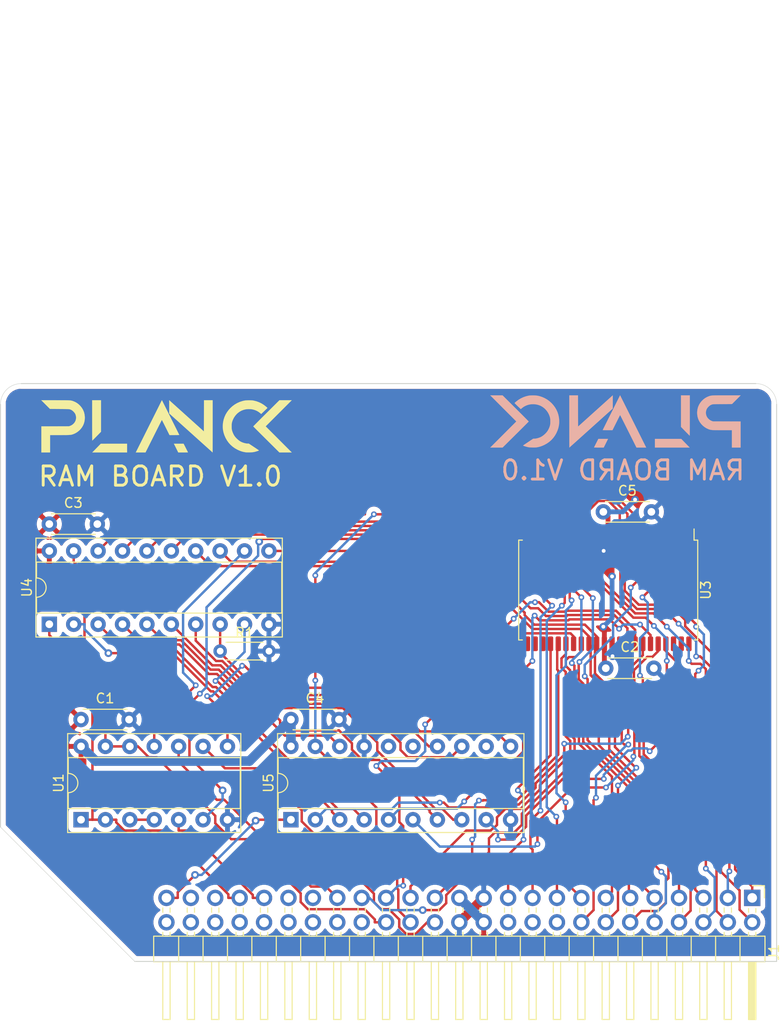
<source format=kicad_pcb>
(kicad_pcb (version 20171130) (host pcbnew "(5.1.10-1-10_14)")
  (layers (0 F.Cu signal) (31 B.Cu signal) (34 B.Paste user) (35 F.Paste user) (36 B.SilkS user) (37 F.SilkS user) (38 B.Mask user) (39 F.Mask user) (44 Edge.Cuts user))
  (net 0 "")
  (net 1 RDY)
  (net 2 A15)
  (net 3 A14)
  (net 4 A13)
  (net 5 A12)
  (net 6 A11)
  (net 7 GND)
  (net 8 +5V)
  (net 9 A10)
  (net 10 A9)
  (net 11 A8)
  (net 12 D7)
  (net 13 A7)
  (net 14 D6)
  (net 15 A6)
  (net 16 D5)
  (net 17 A5)
  (net 18 D4)
  (net 19 A4)
  (net 20 D3)
  (net 21 A3)
  (net 22 D2)
  (net 23 A2)
  (net 24 D1)
  (net 25 A1)
  (net 26 D0)
  (net 27 A0)
  (net 28 CLK)
  (net 29 BE)
  (net 30 SYNC)
  (net 31 EX3)
  (net 32 EX2)
  (net 33 EX1)
  (net 34 EX0)
  (net 35 ~NMI~)
  (net 36 ~RESET~)
  (net 37 ~SLOT_IRQ~)
  (net 38 ~IRQ~)
  (net 39 R~W~)
  (net 40 LED4)
  (net 41 LED3)
  (net 42 LED2)
  (net 43 LED1)
  (net 44 ~SLOT_SEL~)
  (net 45 ~INH~)
  (net 46 ~SSEL~)
  (net 47 CLK_12M)
  (net 48 ~SLOW~)
  (net 49 "Net-(R1-Pad1)")
  (net 50 "Net-(U1-Pad6)")
  (net 51 "Net-(U1-Pad11)")
  (net 52 "Net-(U1-Pad3)")
  (net 53 "Net-(U1-Pad8)")
  (net 54 "Net-(U3-Pad44)")
  (net 55 "Net-(U3-Pad43)")
  (net 56 "Net-(U3-Pad42)")
  (net 57 "Net-(U3-Pad41)")
  (net 58 "Net-(U3-Pad40)")
  (net 59 "Net-(U3-Pad39)")
  (net 60 "Net-(U3-Pad38)")
  (net 61 "Net-(U3-Pad25)")
  (net 62 "Net-(U3-Pad24)")
  (net 63 "Net-(U3-Pad23)")
  (net 64 "Net-(U3-Pad22)")
  (net 65 "Net-(U3-Pad21)")
  (net 66 "Net-(U3-Pad2)")
  (net 67 "Net-(U3-Pad1)")
  (net 68 "Net-(U4-Pad9)")
  (net 69 "Net-(U4-Pad7)")
  (net 70 "Net-(U4-Pad6)")
  (net 71 "Net-(U4-Pad5)")
  (net 72 "Net-(U4-Pad4)")
  (net 73 "Net-(U4-Pad3)")
  (net 74 "Net-(U4-Pad2)")
  (net 75 "Net-(U5-Pad16)")
  (net 76 "Net-(U5-Pad15)")
  (net 77 "Net-(U5-Pad12)")
  (module Logo:logo (layer B.Cu) (at 64.008 -56.134 180)
    (fp_text reference G*** hide)
    (fp_text value LOGO hide)
  )
  (module Logo:logo (layer F.Cu) (at 17.272 -55.626)
    (fp_text reference G*** hide)
    (fp_text value LOGO hide)
  )
  (module Capacitor_THT:C_Disc_D4.3mm_W1.9mm_P5.00mm (layer F.Cu) (at 62.738 -46.736)
    (fp_text reference C5 (at 2.5 -2.2) (layer F.SilkS))
    (fp_text value C_Small)
    (pad 2 thru_hole circle (at 5 0) (size 1.6 1.6) (drill 0.8) (layers *.Cu *.Mask) (net 7 GND))
    (pad 1 thru_hole circle (at 0 0) (size 1.6 1.6) (drill 0.8) (layers *.Cu *.Mask) (net 8 +5V))
  )
  (module Package_DIP:DIP-20_W7.62mm_Socket (layer F.Cu) (at 30.226 -14.732 90)
    (fp_text reference U5 (at 3.81 -2.33 90) (layer F.SilkS))
    (fp_text value 74LS273)
    (pad 20 thru_hole oval (at 7.62 0 90) (size 1.6 1.6) (drill 0.8) (layers *.Cu *.Mask) (net 8 +5V))
    (pad 10 thru_hole oval (at 0 22.86 90) (size 1.6 1.6) (drill 0.8) (layers *.Cu *.Mask) (net 7 GND))
    (pad 19 thru_hole oval (at 7.62 2.54 90) (size 1.6 1.6) (drill 0.8) (layers *.Cu *.Mask) (net 45 ~INH~))
    (pad 9 thru_hole oval (at 0 20.32 90) (size 1.6 1.6) (drill 0.8) (layers *.Cu *.Mask) (net 57 "Net-(U3-Pad41)"))
    (pad 18 thru_hole oval (at 7.62 5.08 90) (size 1.6 1.6) (drill 0.8) (layers *.Cu *.Mask) (net 68 "Net-(U4-Pad9)"))
    (pad 8 thru_hole oval (at 0 17.78 90) (size 1.6 1.6) (drill 0.8) (layers *.Cu *.Mask) (net 71 "Net-(U4-Pad5)"))
    (pad 17 thru_hole oval (at 7.62 7.62 90) (size 1.6 1.6) (drill 0.8) (layers *.Cu *.Mask) (net 7 GND))
    (pad 7 thru_hole oval (at 0 15.24 90) (size 1.6 1.6) (drill 0.8) (layers *.Cu *.Mask) (net 72 "Net-(U4-Pad4)"))
    (pad 16 thru_hole oval (at 7.62 10.16 90) (size 1.6 1.6) (drill 0.8) (layers *.Cu *.Mask) (net 75 "Net-(U5-Pad16)"))
    (pad 6 thru_hole oval (at 0 12.7 90) (size 1.6 1.6) (drill 0.8) (layers *.Cu *.Mask) (net 58 "Net-(U3-Pad40)"))
    (pad 15 thru_hole oval (at 7.62 12.7 90) (size 1.6 1.6) (drill 0.8) (layers *.Cu *.Mask) (net 76 "Net-(U5-Pad15)"))
    (pad 5 thru_hole oval (at 0 10.16 90) (size 1.6 1.6) (drill 0.8) (layers *.Cu *.Mask) (net 59 "Net-(U3-Pad39)"))
    (pad 14 thru_hole oval (at 7.62 15.24 90) (size 1.6 1.6) (drill 0.8) (layers *.Cu *.Mask) (net 69 "Net-(U4-Pad7)"))
    (pad 4 thru_hole oval (at 0 7.62 90) (size 1.6 1.6) (drill 0.8) (layers *.Cu *.Mask) (net 73 "Net-(U4-Pad3)"))
    (pad 13 thru_hole oval (at 7.62 17.78 90) (size 1.6 1.6) (drill 0.8) (layers *.Cu *.Mask) (net 70 "Net-(U4-Pad6)"))
    (pad 3 thru_hole oval (at 0 5.08 90) (size 1.6 1.6) (drill 0.8) (layers *.Cu *.Mask) (net 74 "Net-(U4-Pad2)"))
    (pad 12 thru_hole oval (at 7.62 20.32 90) (size 1.6 1.6) (drill 0.8) (layers *.Cu *.Mask) (net 77 "Net-(U5-Pad12)"))
    (pad 2 thru_hole oval (at 0 2.54 90) (size 1.6 1.6) (drill 0.8) (layers *.Cu *.Mask) (net 60 "Net-(U3-Pad38)"))
    (pad 11 thru_hole oval (at 7.62 22.86 90) (size 1.6 1.6) (drill 0.8) (layers *.Cu *.Mask) (net 49 "Net-(R1-Pad1)"))
    (pad 1 thru_hole rect (at 0 0 90) (size 1.6 1.6) (drill 0.8) (layers *.Cu *.Mask) (net 36 ~RESET~))
  )
  (module Package_DIP:DIP-20_W7.62mm_Socket (layer F.Cu) (at 5.08 -35.052 90)
    (fp_text reference U4 (at 3.81 -2.33 90) (layer F.SilkS))
    (fp_text value 74LS245)
    (pad 20 thru_hole oval (at 7.62 0 90) (size 1.6 1.6) (drill 0.8) (layers *.Cu *.Mask) (net 8 +5V))
    (pad 10 thru_hole oval (at 0 22.86 90) (size 1.6 1.6) (drill 0.8) (layers *.Cu *.Mask) (net 7 GND))
    (pad 19 thru_hole oval (at 7.62 2.54 90) (size 1.6 1.6) (drill 0.8) (layers *.Cu *.Mask) (net 44 ~SLOT_SEL~))
    (pad 9 thru_hole oval (at 0 20.32 90) (size 1.6 1.6) (drill 0.8) (layers *.Cu *.Mask) (net 68 "Net-(U4-Pad9)"))
    (pad 18 thru_hole oval (at 7.62 5.08 90) (size 1.6 1.6) (drill 0.8) (layers *.Cu *.Mask) (net 26 D0))
    (pad 8 thru_hole oval (at 0 17.78 90) (size 1.6 1.6) (drill 0.8) (layers *.Cu *.Mask) (net 49 "Net-(R1-Pad1)"))
    (pad 17 thru_hole oval (at 7.62 7.62 90) (size 1.6 1.6) (drill 0.8) (layers *.Cu *.Mask) (net 24 D1))
    (pad 7 thru_hole oval (at 0 15.24 90) (size 1.6 1.6) (drill 0.8) (layers *.Cu *.Mask) (net 69 "Net-(U4-Pad7)"))
    (pad 16 thru_hole oval (at 7.62 10.16 90) (size 1.6 1.6) (drill 0.8) (layers *.Cu *.Mask) (net 22 D2))
    (pad 6 thru_hole oval (at 0 12.7 90) (size 1.6 1.6) (drill 0.8) (layers *.Cu *.Mask) (net 70 "Net-(U4-Pad6)"))
    (pad 15 thru_hole oval (at 7.62 12.7 90) (size 1.6 1.6) (drill 0.8) (layers *.Cu *.Mask) (net 20 D3))
    (pad 5 thru_hole oval (at 0 10.16 90) (size 1.6 1.6) (drill 0.8) (layers *.Cu *.Mask) (net 71 "Net-(U4-Pad5)"))
    (pad 14 thru_hole oval (at 7.62 15.24 90) (size 1.6 1.6) (drill 0.8) (layers *.Cu *.Mask) (net 18 D4))
    (pad 4 thru_hole oval (at 0 7.62 90) (size 1.6 1.6) (drill 0.8) (layers *.Cu *.Mask) (net 72 "Net-(U4-Pad4)"))
    (pad 13 thru_hole oval (at 7.62 17.78 90) (size 1.6 1.6) (drill 0.8) (layers *.Cu *.Mask) (net 16 D5))
    (pad 3 thru_hole oval (at 0 5.08 90) (size 1.6 1.6) (drill 0.8) (layers *.Cu *.Mask) (net 73 "Net-(U4-Pad3)"))
    (pad 12 thru_hole oval (at 7.62 20.32 90) (size 1.6 1.6) (drill 0.8) (layers *.Cu *.Mask) (net 51 "Net-(U1-Pad11)"))
    (pad 2 thru_hole oval (at 0 2.54 90) (size 1.6 1.6) (drill 0.8) (layers *.Cu *.Mask) (net 74 "Net-(U4-Pad2)"))
    (pad 11 thru_hole oval (at 7.62 22.86 90) (size 1.6 1.6) (drill 0.8) (layers *.Cu *.Mask) (net 12 D7))
    (pad 1 thru_hole rect (at 0 0 90) (size 1.6 1.6) (drill 0.8) (layers *.Cu *.Mask) (net 39 R~W~))
  )
  (module Package_SO:TSOP-II-44_10.16x18.41mm_P0.8mm (layer F.Cu) (at 63.246 -38.608 270)
    (fp_text reference U3 (at 0 -10.16 90) (layer F.SilkS))
    (fp_text value IS61C5128AL-10TLI)
    (pad 44 smd roundrect (at 5.5875 -8.4 270) (size 1.525 0.55) (layers F.Cu F.Paste F.Mask) (net 54 "Net-(U3-Pad44)"))
    (pad 43 smd roundrect (at 5.5875 -7.6 270) (size 1.525 0.55) (layers F.Cu F.Paste F.Mask) (net 55 "Net-(U3-Pad43)"))
    (pad 42 smd roundrect (at 5.5875 -6.8 270) (size 1.525 0.55) (layers F.Cu F.Paste F.Mask) (net 56 "Net-(U3-Pad42)"))
    (pad 41 smd roundrect (at 5.5875 -6 270) (size 1.525 0.55) (layers F.Cu F.Paste F.Mask) (net 57 "Net-(U3-Pad41)"))
    (pad 40 smd roundrect (at 5.5875 -5.2 270) (size 1.525 0.55) (layers F.Cu F.Paste F.Mask) (net 58 "Net-(U3-Pad40)"))
    (pad 39 smd roundrect (at 5.5875 -4.4 270) (size 1.525 0.55) (layers F.Cu F.Paste F.Mask) (net 59 "Net-(U3-Pad39)"))
    (pad 38 smd roundrect (at 5.5875 -3.6 270) (size 1.525 0.55) (layers F.Cu F.Paste F.Mask) (net 60 "Net-(U3-Pad38)"))
    (pad 37 smd roundrect (at 5.5875 -2.8 270) (size 1.525 0.55) (layers F.Cu F.Paste F.Mask) (net 53 "Net-(U1-Pad8)"))
    (pad 36 smd roundrect (at 5.5875 -2 270) (size 1.525 0.55) (layers F.Cu F.Paste F.Mask) (net 12 D7))
    (pad 35 smd roundrect (at 5.5875 -1.2 270) (size 1.525 0.55) (layers F.Cu F.Paste F.Mask) (net 14 D6))
    (pad 34 smd roundrect (at 5.5875 -0.4 270) (size 1.525 0.55) (layers F.Cu F.Paste F.Mask) (net 7 GND))
    (pad 33 smd roundrect (at 5.5875 0.4 270) (size 1.525 0.55) (layers F.Cu F.Paste F.Mask) (net 8 +5V))
    (pad 32 smd roundrect (at 5.5875 1.2 270) (size 1.525 0.55) (layers F.Cu F.Paste F.Mask) (net 16 D5))
    (pad 31 smd roundrect (at 5.5875 2 270) (size 1.525 0.55) (layers F.Cu F.Paste F.Mask) (net 18 D4))
    (pad 30 smd roundrect (at 5.5875 2.8 270) (size 1.525 0.55) (layers F.Cu F.Paste F.Mask) (net 3 A14))
    (pad 29 smd roundrect (at 5.5875 3.6 270) (size 1.525 0.55) (layers F.Cu F.Paste F.Mask) (net 4 A13))
    (pad 28 smd roundrect (at 5.5875 4.4 270) (size 1.525 0.55) (layers F.Cu F.Paste F.Mask) (net 5 A12))
    (pad 27 smd roundrect (at 5.5875 5.2 270) (size 1.525 0.55) (layers F.Cu F.Paste F.Mask) (net 6 A11))
    (pad 26 smd roundrect (at 5.5875 6 270) (size 1.525 0.55) (layers F.Cu F.Paste F.Mask) (net 9 A10))
    (pad 25 smd roundrect (at 5.5875 6.8 270) (size 1.525 0.55) (layers F.Cu F.Paste F.Mask) (net 61 "Net-(U3-Pad25)"))
    (pad 24 smd roundrect (at 5.5875 7.6 270) (size 1.525 0.55) (layers F.Cu F.Paste F.Mask) (net 62 "Net-(U3-Pad24)"))
    (pad 23 smd roundrect (at 5.5875 8.4 270) (size 1.525 0.55) (layers F.Cu F.Paste F.Mask) (net 63 "Net-(U3-Pad23)"))
    (pad 22 smd roundrect (at -5.5875 8.4 270) (size 1.525 0.55) (layers F.Cu F.Paste F.Mask) (net 64 "Net-(U3-Pad22)"))
    (pad 21 smd roundrect (at -5.5875 7.6 270) (size 1.525 0.55) (layers F.Cu F.Paste F.Mask) (net 65 "Net-(U3-Pad21)"))
    (pad 20 smd roundrect (at -5.5875 6.8 270) (size 1.525 0.55) (layers F.Cu F.Paste F.Mask) (net 10 A9))
    (pad 19 smd roundrect (at -5.5875 6 270) (size 1.525 0.55) (layers F.Cu F.Paste F.Mask) (net 11 A8))
    (pad 18 smd roundrect (at -5.5875 5.2 270) (size 1.525 0.55) (layers F.Cu F.Paste F.Mask) (net 13 A7))
    (pad 17 smd roundrect (at -5.5875 4.4 270) (size 1.525 0.55) (layers F.Cu F.Paste F.Mask) (net 15 A6))
    (pad 16 smd roundrect (at -5.5875 3.6 270) (size 1.525 0.55) (layers F.Cu F.Paste F.Mask) (net 17 A5))
    (pad 15 smd roundrect (at -5.5875 2.8 270) (size 1.525 0.55) (layers F.Cu F.Paste F.Mask) (net 50 "Net-(U1-Pad6)"))
    (pad 14 smd roundrect (at -5.5875 2 270) (size 1.525 0.55) (layers F.Cu F.Paste F.Mask) (net 20 D3))
    (pad 13 smd roundrect (at -5.5875 1.2 270) (size 1.525 0.55) (layers F.Cu F.Paste F.Mask) (net 22 D2))
    (pad 12 smd roundrect (at -5.5875 0.4 270) (size 1.525 0.55) (layers F.Cu F.Paste F.Mask) (net 7 GND))
    (pad 11 smd roundrect (at -5.5875 -0.4 270) (size 1.525 0.55) (layers F.Cu F.Paste F.Mask) (net 8 +5V))
    (pad 10 smd roundrect (at -5.5875 -1.2 270) (size 1.525 0.55) (layers F.Cu F.Paste F.Mask) (net 24 D1))
    (pad 9 smd roundrect (at -5.5875 -2 270) (size 1.525 0.55) (layers F.Cu F.Paste F.Mask) (net 26 D0))
    (pad 8 smd roundrect (at -5.5875 -2.8 270) (size 1.525 0.55) (layers F.Cu F.Paste F.Mask) (net 45 ~INH~))
    (pad 7 smd roundrect (at -5.5875 -3.6 270) (size 1.525 0.55) (layers F.Cu F.Paste F.Mask) (net 19 A4))
    (pad 6 smd roundrect (at -5.5875 -4.4 270) (size 1.525 0.55) (layers F.Cu F.Paste F.Mask) (net 21 A3))
    (pad 5 smd roundrect (at -5.5875 -5.2 270) (size 1.525 0.55) (layers F.Cu F.Paste F.Mask) (net 23 A2))
    (pad 4 smd roundrect (at -5.5875 -6 270) (size 1.525 0.55) (layers F.Cu F.Paste F.Mask) (net 25 A1))
    (pad 3 smd roundrect (at -5.5875 -6.8 270) (size 1.525 0.55) (layers F.Cu F.Paste F.Mask) (net 27 A0))
    (pad 2 smd roundrect (at -5.5875 -7.6 270) (size 1.525 0.55) (layers F.Cu F.Paste F.Mask) (net 66 "Net-(U3-Pad2)"))
    (pad 1 smd roundrect (at -5.5875 -8.4 270) (size 1.525 0.55) (layers F.Cu F.Paste F.Mask) (net 67 "Net-(U3-Pad1)"))
  )
  (module Package_DIP:DIP-14_W7.62mm_Socket (layer F.Cu) (at 8.382 -14.732 90)
    (fp_text reference U1 (at 3.81 -2.33 90) (layer F.SilkS))
    (fp_text value 74LS00)
    (pad 14 thru_hole oval (at 7.62 0 90) (size 1.6 1.6) (drill 0.8) (layers *.Cu *.Mask) (net 8 +5V))
    (pad 7 thru_hole oval (at 0 15.24 90) (size 1.6 1.6) (drill 0.8) (layers *.Cu *.Mask) (net 7 GND))
    (pad 13 thru_hole oval (at 7.62 2.54 90) (size 1.6 1.6) (drill 0.8) (layers *.Cu *.Mask) (net 44 ~SLOT_SEL~))
    (pad 6 thru_hole oval (at 0 12.7 90) (size 1.6 1.6) (drill 0.8) (layers *.Cu *.Mask) (net 50 "Net-(U1-Pad6)"))
    (pad 12 thru_hole oval (at 7.62 5.08 90) (size 1.6 1.6) (drill 0.8) (layers *.Cu *.Mask) (net 44 ~SLOT_SEL~))
    (pad 5 thru_hole oval (at 0 10.16 90) (size 1.6 1.6) (drill 0.8) (layers *.Cu *.Mask) (net 28 CLK))
    (pad 11 thru_hole oval (at 7.62 7.62 90) (size 1.6 1.6) (drill 0.8) (layers *.Cu *.Mask) (net 51 "Net-(U1-Pad11)"))
    (pad 4 thru_hole oval (at 0 7.62 90) (size 1.6 1.6) (drill 0.8) (layers *.Cu *.Mask) (net 52 "Net-(U1-Pad3)"))
    (pad 10 thru_hole oval (at 7.62 10.16 90) (size 1.6 1.6) (drill 0.8) (layers *.Cu *.Mask) (net 2 A15))
    (pad 3 thru_hole oval (at 0 5.08 90) (size 1.6 1.6) (drill 0.8) (layers *.Cu *.Mask) (net 52 "Net-(U1-Pad3)"))
    (pad 9 thru_hole oval (at 7.62 12.7 90) (size 1.6 1.6) (drill 0.8) (layers *.Cu *.Mask) (net 46 ~SSEL~))
    (pad 2 thru_hole oval (at 0 2.54 90) (size 1.6 1.6) (drill 0.8) (layers *.Cu *.Mask) (net 39 R~W~))
    (pad 8 thru_hole oval (at 7.62 15.24 90) (size 1.6 1.6) (drill 0.8) (layers *.Cu *.Mask) (net 53 "Net-(U1-Pad8)"))
    (pad 1 thru_hole rect (at 0 0 90) (size 1.6 1.6) (drill 0.8) (layers *.Cu *.Mask) (net 39 R~W~))
  )
  (module Resistor_THT:R_Axial_DIN0204_L3.6mm_D1.6mm_P5.08mm_Horizontal (layer F.Cu) (at 22.86 -32.258)
    (fp_text reference R1 (at 2.54 -1.92) (layer F.SilkS))
    (fp_text value R_Small)
    (pad 2 thru_hole oval (at 5.08 0) (size 1.4 1.4) (drill 0.7) (layers *.Cu *.Mask) (net 7 GND))
    (pad 1 thru_hole circle (at 0 0) (size 1.4 1.4) (drill 0.7) (layers *.Cu *.Mask) (net 49 "Net-(R1-Pad1)"))
  )
  (module Capacitor_THT:C_Disc_D4.3mm_W1.9mm_P5.00mm (layer F.Cu) (at 30.226 -25.146)
    (fp_text reference C4 (at 2.5 -2.2) (layer F.SilkS))
    (fp_text value C_Small)
    (pad 2 thru_hole circle (at 5 0) (size 1.6 1.6) (drill 0.8) (layers *.Cu *.Mask) (net 7 GND))
    (pad 1 thru_hole circle (at 0 0) (size 1.6 1.6) (drill 0.8) (layers *.Cu *.Mask) (net 8 +5V))
  )
  (module Capacitor_THT:C_Disc_D4.3mm_W1.9mm_P5.00mm (layer F.Cu) (at 5.08 -45.466)
    (fp_text reference C3 (at 2.5 -2.2) (layer F.SilkS))
    (fp_text value C_Small)
    (pad 2 thru_hole circle (at 5 0) (size 1.6 1.6) (drill 0.8) (layers *.Cu *.Mask) (net 7 GND))
    (pad 1 thru_hole circle (at 0 0) (size 1.6 1.6) (drill 0.8) (layers *.Cu *.Mask) (net 8 +5V))
  )
  (module Capacitor_THT:C_Disc_D4.3mm_W1.9mm_P5.00mm (layer F.Cu) (at 62.992 -30.48)
    (fp_text reference C2 (at 2.5 -2.2) (layer F.SilkS))
    (fp_text value C_Small)
    (pad 2 thru_hole circle (at 5 0) (size 1.6 1.6) (drill 0.8) (layers *.Cu *.Mask) (net 7 GND))
    (pad 1 thru_hole circle (at 0 0) (size 1.6 1.6) (drill 0.8) (layers *.Cu *.Mask) (net 8 +5V))
  )
  (module Capacitor_THT:C_Disc_D4.3mm_W1.9mm_P5.00mm (layer F.Cu) (at 8.382 -25.146)
    (fp_text reference C1 (at 2.5 -2.2) (layer F.SilkS))
    (fp_text value C_Small)
    (pad 2 thru_hole circle (at 5 0) (size 1.6 1.6) (drill 0.8) (layers *.Cu *.Mask) (net 7 GND))
    (pad 1 thru_hole circle (at 0 0) (size 1.6 1.6) (drill 0.8) (layers *.Cu *.Mask) (net 8 +5V))
  )
  (module Connector_PinHeader_2.54mm:PinHeader_2x25_P2.54mm_Horizontal (layer F.Cu) (at 78.232 -6.604 270)
    (fp_text reference J1 (at 5.655 -2.27 90) (layer F.SilkS))
    (fp_text value Conn_01x40)
    (pad 50 thru_hole oval (at 2.54 60.96 270) (size 1.7 1.7) (drill 1) (layers *.Cu *.Mask) (net 35 ~NMI~))
    (pad 49 thru_hole oval (at 0 60.96 270) (size 1.7 1.7) (drill 1) (layers *.Cu *.Mask) (net 36 ~RESET~))
    (pad 48 thru_hole oval (at 2.54 58.42 270) (size 1.7 1.7) (drill 1) (layers *.Cu *.Mask) (net 37 ~SLOT_IRQ~))
    (pad 47 thru_hole oval (at 0 58.42 270) (size 1.7 1.7) (drill 1) (layers *.Cu *.Mask) (net 30 SYNC))
    (pad 46 thru_hole oval (at 2.54 55.88 270) (size 1.7 1.7) (drill 1) (layers *.Cu *.Mask) (net 31 EX3))
    (pad 45 thru_hole oval (at 0 55.88 270) (size 1.7 1.7) (drill 1) (layers *.Cu *.Mask) (net 38 ~IRQ~))
    (pad 44 thru_hole oval (at 2.54 53.34 270) (size 1.7 1.7) (drill 1) (layers *.Cu *.Mask) (net 32 EX2))
    (pad 43 thru_hole oval (at 0 53.34 270) (size 1.7 1.7) (drill 1) (layers *.Cu *.Mask) (net 39 R~W~))
    (pad 42 thru_hole oval (at 2.54 50.8 270) (size 1.7 1.7) (drill 1) (layers *.Cu *.Mask) (net 47 CLK_12M))
    (pad 41 thru_hole oval (at 0 50.8 270) (size 1.7 1.7) (drill 1) (layers *.Cu *.Mask) (net 28 CLK))
    (pad 40 thru_hole oval (at 2.54 48.26 270) (size 1.7 1.7) (drill 1) (layers *.Cu *.Mask) (net 40 LED4))
    (pad 39 thru_hole oval (at 0 48.26 270) (size 1.7 1.7) (drill 1) (layers *.Cu *.Mask) (net 29 BE))
    (pad 38 thru_hole oval (at 2.54 45.72 270) (size 1.7 1.7) (drill 1) (layers *.Cu *.Mask) (net 41 LED3))
    (pad 37 thru_hole oval (at 0 45.72 270) (size 1.7 1.7) (drill 1) (layers *.Cu *.Mask) (net 1 RDY))
    (pad 36 thru_hole oval (at 2.54 43.18 270) (size 1.7 1.7) (drill 1) (layers *.Cu *.Mask) (net 42 LED2))
    (pad 35 thru_hole oval (at 0 43.18 270) (size 1.7 1.7) (drill 1) (layers *.Cu *.Mask) (net 2 A15))
    (pad 34 thru_hole oval (at 2.54 40.64 270) (size 1.7 1.7) (drill 1) (layers *.Cu *.Mask) (net 43 LED1))
    (pad 33 thru_hole oval (at 0 40.64 270) (size 1.7 1.7) (drill 1) (layers *.Cu *.Mask) (net 3 A14))
    (pad 32 thru_hole oval (at 2.54 38.1 270) (size 1.7 1.7) (drill 1) (layers *.Cu *.Mask) (net 44 ~SLOT_SEL~))
    (pad 31 thru_hole oval (at 0 38.1 270) (size 1.7 1.7) (drill 1) (layers *.Cu *.Mask) (net 4 A13))
    (pad 30 thru_hole oval (at 2.54 35.56 270) (size 1.7 1.7) (drill 1) (layers *.Cu *.Mask) (net 45 ~INH~))
    (pad 29 thru_hole oval (at 0 35.56 270) (size 1.7 1.7) (drill 1) (layers *.Cu *.Mask) (net 5 A12))
    (pad 28 thru_hole oval (at 2.54 33.02 270) (size 1.7 1.7) (drill 1) (layers *.Cu *.Mask) (net 46 ~SSEL~))
    (pad 27 thru_hole oval (at 0 33.02 270) (size 1.7 1.7) (drill 1) (layers *.Cu *.Mask) (net 6 A11))
    (pad 26 thru_hole oval (at 2.54 30.48 270) (size 1.7 1.7) (drill 1) (layers *.Cu *.Mask) (net 7 GND))
    (pad 25 thru_hole oval (at 0 30.48 270) (size 1.7 1.7) (drill 1) (layers *.Cu *.Mask) (net 8 +5V))
    (pad 24 thru_hole oval (at 2.54 27.94 270) (size 1.7 1.7) (drill 1) (layers *.Cu *.Mask) (net 8 +5V))
    (pad 23 thru_hole oval (at 0 27.94 270) (size 1.7 1.7) (drill 1) (layers *.Cu *.Mask) (net 7 GND))
    (pad 22 thru_hole oval (at 2.54 25.4 270) (size 1.7 1.7) (drill 1) (layers *.Cu *.Mask) (net 48 ~SLOW~))
    (pad 21 thru_hole oval (at 0 25.4 270) (size 1.7 1.7) (drill 1) (layers *.Cu *.Mask) (net 9 A10))
    (pad 20 thru_hole oval (at 2.54 22.86 270) (size 1.7 1.7) (drill 1) (layers *.Cu *.Mask) (net 33 EX1))
    (pad 19 thru_hole oval (at 0 22.86 270) (size 1.7 1.7) (drill 1) (layers *.Cu *.Mask) (net 10 A9))
    (pad 18 thru_hole oval (at 2.54 20.32 270) (size 1.7 1.7) (drill 1) (layers *.Cu *.Mask) (net 34 EX0))
    (pad 17 thru_hole oval (at 0 20.32 270) (size 1.7 1.7) (drill 1) (layers *.Cu *.Mask) (net 11 A8))
    (pad 16 thru_hole oval (at 2.54 17.78 270) (size 1.7 1.7) (drill 1) (layers *.Cu *.Mask) (net 12 D7))
    (pad 15 thru_hole oval (at 0 17.78 270) (size 1.7 1.7) (drill 1) (layers *.Cu *.Mask) (net 13 A7))
    (pad 14 thru_hole oval (at 2.54 15.24 270) (size 1.7 1.7) (drill 1) (layers *.Cu *.Mask) (net 14 D6))
    (pad 13 thru_hole oval (at 0 15.24 270) (size 1.7 1.7) (drill 1) (layers *.Cu *.Mask) (net 15 A6))
    (pad 12 thru_hole oval (at 2.54 12.7 270) (size 1.7 1.7) (drill 1) (layers *.Cu *.Mask) (net 16 D5))
    (pad 11 thru_hole oval (at 0 12.7 270) (size 1.7 1.7) (drill 1) (layers *.Cu *.Mask) (net 17 A5))
    (pad 10 thru_hole oval (at 2.54 10.16 270) (size 1.7 1.7) (drill 1) (layers *.Cu *.Mask) (net 18 D4))
    (pad 9 thru_hole oval (at 0 10.16 270) (size 1.7 1.7) (drill 1) (layers *.Cu *.Mask) (net 19 A4))
    (pad 8 thru_hole oval (at 2.54 7.62 270) (size 1.7 1.7) (drill 1) (layers *.Cu *.Mask) (net 20 D3))
    (pad 7 thru_hole oval (at 0 7.62 270) (size 1.7 1.7) (drill 1) (layers *.Cu *.Mask) (net 21 A3))
    (pad 6 thru_hole oval (at 2.54 5.08 270) (size 1.7 1.7) (drill 1) (layers *.Cu *.Mask) (net 22 D2))
    (pad 5 thru_hole oval (at 0 5.08 270) (size 1.7 1.7) (drill 1) (layers *.Cu *.Mask) (net 23 A2))
    (pad 4 thru_hole oval (at 2.54 2.54 270) (size 1.7 1.7) (drill 1) (layers *.Cu *.Mask) (net 24 D1))
    (pad 3 thru_hole oval (at 0 2.54 270) (size 1.7 1.7) (drill 1) (layers *.Cu *.Mask) (net 25 A1))
    (pad 2 thru_hole oval (at 2.54 0 270) (size 1.7 1.7) (drill 1) (layers *.Cu *.Mask) (net 26 D0))
    (pad 1 thru_hole rect (at 0 0 270) (size 1.7 1.7) (drill 1) (layers *.Cu *.Mask) (net 27 A0))
  )
  (gr_arc (start 2.159 -57.912) (end 2.159 -60.071) (angle -90) (layer Edge.Cuts) (width 0.05))
  (gr_arc (start 78.613 -57.912) (end 80.772 -57.912) (angle -90) (layer Edge.Cuts) (width 0.05))
  (gr_text "RAM BOARD V1.0" (at 64.77 -51.054) (layer B.SilkS) (effects (font (size 2 2) (thickness 0.3)) (justify mirror)))
  (gr_line (start 13.97 0) (end 0 -13.97) (layer Edge.Cuts) (width 0.05))
  (gr_text "RAM BOARD V1.0" (at 16.637 -50.419) (layer F.SilkS) (effects (font (size 2 2) (thickness 0.3))))
  (gr_line (start 2.159 -60.071) (end 78.613 -60.071) (layer Edge.Cuts) (width 0.1))
  (gr_line (start 0 -13.97) (end 0 -57.912) (layer Edge.Cuts) (width 0.1))
  (gr_line (start 80.772 0) (end 13.97 0) (layer Edge.Cuts) (width 0.1))
  (gr_line (start 80.772 -57.912) (end 80.772 0) (layer Edge.Cuts) (width 0.1))
  (segment (start 23.295507 -16.800993) (end 22.512005 -16.800993) (width 0.25) (layer F.Cu) (net 2))
  (segment (start 22.512005 -16.800993) (end 18.542 -20.770998) (width 0.25) (layer F.Cu) (net 2))
  (segment (start 35.052 -6.604) (end 33.8767 -7.7793) (width 0.25) (layer F.Cu) (net 2))
  (segment (start 33.8767 -7.7793) (end 32.3172 -7.7793) (width 0.25) (layer F.Cu) (net 2))
  (segment (start 32.3172 -7.7793) (end 23.295507 -16.800993) (width 0.25) (layer F.Cu) (net 2))
  (segment (start 18.542 -20.770998) (end 18.542 -22.352) (width 0.25) (layer F.Cu) (net 2))
  (via (at 43.942 -5.334) (size 0.8) (layers F.Cu B.Cu) (net 3))
  (segment (start 39.67 -5.334) (end 43.942 -5.334) (width 0.25) (layer B.Cu) (net 3))
  (segment (start 38.4 -6.604) (end 39.67 -5.334) (width 0.25) (layer B.Cu) (net 3))
  (segment (start 37.592 -6.604) (end 38.4 -6.604) (width 0.25) (layer B.Cu) (net 3))
  (segment (start 59.746022 -23.116939) (end 59.746022 -20.843787) (width 0.25) (layer F.Cu) (net 3))
  (segment (start 53.445575 -13.388012) (end 51.428205 -13.388012) (width 0.25) (layer F.Cu) (net 3))
  (segment (start 59.27635 -30.276282) (end 59.27635 -23.586611) (width 0.25) (layer F.Cu) (net 3))
  (segment (start 50.836999 -12.796806) (end 50.836999 -11.351299) (width 0.25) (layer F.Cu) (net 3))
  (segment (start 59.161831 -31.640805) (end 58.836831 -31.315805) (width 0.25) (layer F.Cu) (net 3))
  (segment (start 59.828805 -31.640805) (end 59.161831 -31.640805) (width 0.25) (layer F.Cu) (net 3))
  (segment (start 58.836831 -31.315805) (end 58.836831 -30.715801) (width 0.25) (layer F.Cu) (net 3))
  (segment (start 51.428205 -13.388012) (end 50.836999 -12.796806) (width 0.25) (layer F.Cu) (net 3))
  (segment (start 59.27635 -23.586611) (end 59.746022 -23.116939) (width 0.25) (layer F.Cu) (net 3))
  (segment (start 50.836999 -11.351299) (end 46.3874 -6.9017) (width 0.25) (layer F.Cu) (net 3))
  (segment (start 46.3874 -6.9017) (end 46.3874 -6.0552) (width 0.25) (layer F.Cu) (net 3))
  (segment (start 45.6662 -5.334) (end 43.942 -5.334) (width 0.25) (layer F.Cu) (net 3))
  (segment (start 46.3874 -6.0552) (end 45.6662 -5.334) (width 0.25) (layer F.Cu) (net 3))
  (segment (start 54.254976 -14.197412) (end 53.445575 -13.388012) (width 0.25) (layer F.Cu) (net 3))
  (segment (start 58.836831 -30.715801) (end 59.27635 -30.276282) (width 0.25) (layer F.Cu) (net 3))
  (segment (start 60.446 -33.0205) (end 60.446 -32.258) (width 0.25) (layer F.Cu) (net 3))
  (segment (start 60.446 -32.258) (end 59.828805 -31.640805) (width 0.25) (layer F.Cu) (net 3))
  (segment (start 59.746022 -20.843787) (end 54.254976 -15.352741) (width 0.25) (layer F.Cu) (net 3))
  (segment (start 54.254976 -15.352741) (end 54.254976 -14.197412) (width 0.25) (layer F.Cu) (net 3))
  (via (at 44.196 -24.637994) (size 0.6) (drill 0.3) (layers F.Cu B.Cu) (net 4))
  (segment (start 40.132 -6.604) (end 41.402 -7.874) (width 0.25) (layer B.Cu) (net 4))
  (segment (start 41.402 -7.874) (end 41.91 -7.874) (width 0.25) (layer B.Cu) (net 4))
  (via (at 41.91 -7.874) (size 0.6) (drill 0.3) (layers F.Cu B.Cu) (net 4))
  (segment (start 41.511001 -14.481997) (end 41.511001 -17.924999) (width 0.25) (layer F.Cu) (net 4))
  (via (at 39.116 -20.32) (size 0.6) (drill 0.3) (layers F.Cu B.Cu) (net 4))
  (segment (start 41.511001 -17.924999) (end 39.116 -20.32) (width 0.25) (layer F.Cu) (net 4))
  (segment (start 41.91 -7.874) (end 41.91 -14.082998) (width 0.25) (layer F.Cu) (net 4))
  (segment (start 41.91 -14.082998) (end 41.511001 -14.481997) (width 0.25) (layer F.Cu) (net 4))
  (segment (start 43.18 -20.828) (end 39.624 -20.828) (width 0.25) (layer B.Cu) (net 4))
  (segment (start 39.624 -20.828) (end 39.116 -20.32) (width 0.25) (layer B.Cu) (net 4))
  (segment (start 44.196 -21.844) (end 43.18 -20.828) (width 0.25) (layer B.Cu) (net 4))
  (segment (start 44.196 -24.637994) (end 44.196 -21.844) (width 0.25) (layer B.Cu) (net 4))
  (segment (start 59.646 -33.0205) (end 59.646 -33.783) (width 0.25) (layer F.Cu) (net 4))
  (segment (start 59.32099 -34.10801) (end 53.666016 -34.10801) (width 0.25) (layer F.Cu) (net 4))
  (segment (start 59.646 -33.783) (end 59.32099 -34.10801) (width 0.25) (layer F.Cu) (net 4))
  (segment (start 53.666016 -34.10801) (end 44.196 -24.637994) (width 0.25) (layer F.Cu) (net 4))
  (segment (start 52.545999 -15.857001) (end 51.671001 -14.982003) (width 0.25) (layer F.Cu) (net 5))
  (segment (start 51.241805 -13.838023) (end 51.010781 -13.606999) (width 0.25) (layer F.Cu) (net 5))
  (segment (start 48.472918 -13.606999) (end 42.672 -7.806081) (width 0.25) (layer F.Cu) (net 5))
  (segment (start 51.010781 -13.606999) (end 48.472918 -13.606999) (width 0.25) (layer F.Cu) (net 5))
  (segment (start 56.135023 -17.869199) (end 54.122825 -15.857001) (width 0.25) (layer F.Cu) (net 5))
  (segment (start 51.671001 -14.982003) (end 51.671001 -14.191999) (width 0.25) (layer F.Cu) (net 5))
  (segment (start 58.38682 -31.502205) (end 58.38682 -30.529401) (width 0.25) (layer F.Cu) (net 5))
  (segment (start 56.135023 -18.320323) (end 56.135023 -17.869199) (width 0.25) (layer F.Cu) (net 5))
  (segment (start 58.826339 -23.400211) (end 59.296011 -22.930539) (width 0.25) (layer F.Cu) (net 5))
  (segment (start 58.846 -31.961385) (end 58.38682 -31.502205) (width 0.25) (layer F.Cu) (net 5))
  (segment (start 58.826339 -30.089882) (end 58.826339 -23.400211) (width 0.25) (layer F.Cu) (net 5))
  (segment (start 58.38682 -30.529401) (end 58.826339 -30.089882) (width 0.25) (layer F.Cu) (net 5))
  (segment (start 51.671001 -14.191999) (end 51.317025 -13.838023) (width 0.25) (layer F.Cu) (net 5))
  (segment (start 58.846 -33.0205) (end 58.846 -31.961385) (width 0.25) (layer F.Cu) (net 5))
  (segment (start 59.296011 -21.481311) (end 56.135023 -18.320323) (width 0.25) (layer F.Cu) (net 5))
  (segment (start 54.122825 -15.857001) (end 52.545999 -15.857001) (width 0.25) (layer F.Cu) (net 5))
  (segment (start 51.317025 -13.838023) (end 51.241805 -13.838023) (width 0.25) (layer F.Cu) (net 5))
  (segment (start 59.296011 -22.930539) (end 59.296011 -21.481311) (width 0.25) (layer F.Cu) (net 5))
  (segment (start 42.672 -7.806081) (end 42.672 -6.604) (width 0.25) (layer F.Cu) (net 5))
  (via (at 49.7921 -16.72701) (size 0.6) (drill 0.3) (layers F.Cu B.Cu) (net 6))
  (segment (start 49.392101 -16.327011) (end 49.392101 -12.967621) (width 0.25) (layer B.Cu) (net 6))
  (via (at 49.08749 -12.66301) (size 0.6) (drill 0.3) (layers F.Cu B.Cu) (net 6))
  (segment (start 49.392101 -12.967621) (end 49.08749 -12.66301) (width 0.25) (layer B.Cu) (net 6))
  (segment (start 49.08749 -10.47949) (end 49.08749 -12.66301) (width 0.25) (layer F.Cu) (net 6))
  (segment (start 45.212 -6.604) (end 49.08749 -10.47949) (width 0.25) (layer F.Cu) (net 6))
  (segment (start 49.7921 -16.72701) (end 49.392101 -16.327011) (width 0.25) (layer B.Cu) (net 6))
  (segment (start 57.936809 -30.343001) (end 58.046 -30.23381) (width 0.25) (layer F.Cu) (net 6))
  (segment (start 58.046 -30.23381) (end 58.046 -21.504122) (width 0.25) (layer F.Cu) (net 6))
  (segment (start 53.750025 -16.757023) (end 50.246377 -16.757023) (width 0.25) (layer F.Cu) (net 6))
  (segment (start 58.046 -21.504122) (end 54.727001 -18.185123) (width 0.25) (layer F.Cu) (net 6))
  (segment (start 50.216364 -16.72701) (end 49.7921 -16.72701) (width 0.25) (layer F.Cu) (net 6))
  (segment (start 57.936809 -32.911309) (end 57.936809 -30.343001) (width 0.25) (layer F.Cu) (net 6))
  (segment (start 58.046 -33.0205) (end 57.936809 -32.911309) (width 0.25) (layer F.Cu) (net 6))
  (segment (start 50.246377 -16.757023) (end 50.216364 -16.72701) (width 0.25) (layer F.Cu) (net 6))
  (segment (start 54.727001 -17.733999) (end 53.750025 -16.757023) (width 0.25) (layer F.Cu) (net 6))
  (segment (start 54.727001 -18.185123) (end 54.727001 -17.733999) (width 0.25) (layer F.Cu) (net 6))
  (via (at 62.77101 -42.6806) (size 0.8) (drill 0.4) (layers F.Cu B.Cu) (net 7))
  (segment (start 62.846 -42.75559) (end 62.77101 -42.6806) (width 0.25) (layer F.Cu) (net 7))
  (segment (start 47.752 -4.064) (end 50.292 -6.604) (width 1) (layer F.Cu) (net 7))
  (via (at 63.69601 -31.724659) (size 0.8) (drill 0.4) (layers F.Cu B.Cu) (net 7))
  (segment (start 63.646 -33.0205) (end 63.646 -31.774669) (width 0.25) (layer F.Cu) (net 7))
  (segment (start 63.646 -31.774669) (end 63.69601 -31.724659) (width 0.25) (layer F.Cu) (net 7))
  (segment (start 62.77101 -44.12051) (end 62.846 -44.1955) (width 0.5) (layer F.Cu) (net 7))
  (segment (start 62.77101 -42.6806) (end 62.77101 -44.12051) (width 0.5) (layer F.Cu) (net 7))
  (segment (start 50.292 -4.064) (end 47.752 -6.604) (width 1) (layer B.Cu) (net 8))
  (segment (start 63.646 -44.1955) (end 63.646 -40.024) (width 0.5) (layer F.Cu) (net 8))
  (segment (start 63.646 -40.024) (end 63.646 -40.024) (width 0.5) (layer F.Cu) (net 8))
  (via (at 63.646 -40.024) (size 0.8) (drill 0.4) (layers F.Cu B.Cu) (net 8))
  (segment (start 63.646 -40.024) (end 63.646 -35.706) (width 0.5) (layer B.Cu) (net 8))
  (segment (start 63.646 -35.706) (end 62.738 -34.798) (width 0.5) (layer B.Cu) (net 8))
  (segment (start 62.738 -34.798) (end 62.738 -34.798) (width 0.5) (layer B.Cu) (net 8))
  (via (at 62.738 -34.798) (size 0.8) (drill 0.4) (layers F.Cu B.Cu) (net 8))
  (segment (start 62.846 -34.69) (end 62.846 -33.0205) (width 0.5) (layer F.Cu) (net 8))
  (segment (start 62.738 -34.798) (end 62.846 -34.69) (width 0.5) (layer F.Cu) (net 8))
  (segment (start 62.846 -33.0205) (end 62.846 -30.626) (width 0.5) (layer F.Cu) (net 8))
  (segment (start 62.846 -30.626) (end 62.992 -30.48) (width 0.5) (layer F.Cu) (net 8))
  (segment (start 63.646 -44.988866) (end 63.226856 -45.40801) (width 0.5) (layer F.Cu) (net 8))
  (segment (start 63.646 -44.1955) (end 63.646 -44.988866) (width 0.5) (layer F.Cu) (net 8))
  (segment (start 63.226856 -46.247144) (end 63.226856 -45.485144) (width 0.5) (layer F.Cu) (net 8))
  (segment (start 62.738 -46.736) (end 63.226856 -46.247144) (width 0.5) (layer F.Cu) (net 8))
  (via (at 66.04 -48.006) (size 0.8) (drill 0.4) (layers F.Cu B.Cu) (net 8))
  (segment (start 62.738 -46.736) (end 64.77 -46.736) (width 0.5) (layer B.Cu) (net 8))
  (segment (start 64.77 -46.736) (end 66.04 -48.006) (width 0.5) (layer B.Cu) (net 8))
  (segment (start 30.226 -25.146) (end 30.226 -22.352) (width 1) (layer B.Cu) (net 8))
  (segment (start 30.226 -25.146) (end 25.908 -20.828) (width 1) (layer B.Cu) (net 8))
  (segment (start 9.906 -20.828) (end 8.382 -22.352) (width 1) (layer B.Cu) (net 8))
  (segment (start 25.908 -20.828) (end 9.906 -20.828) (width 1) (layer B.Cu) (net 8))
  (via (at 54.429988 -12.66301) (size 0.6) (drill 0.3) (layers F.Cu B.Cu) (net 9))
  (segment (start 52.832 -11.065022) (end 54.429988 -12.66301) (width 0.25) (layer F.Cu) (net 9))
  (segment (start 52.832 -6.604) (end 52.832 -11.065022) (width 0.25) (layer F.Cu) (net 9))
  (via (at 53.848 -17.78) (size 0.6) (drill 0.3) (layers F.Cu B.Cu) (net 9))
  (segment (start 54.429988 -17.198012) (end 53.848 -17.78) (width 0.25) (layer B.Cu) (net 9))
  (segment (start 53.848 -18.034) (end 53.848 -17.78) (width 0.25) (layer F.Cu) (net 9))
  (segment (start 54.429988 -12.66301) (end 54.429988 -17.198012) (width 0.25) (layer B.Cu) (net 9))
  (segment (start 57.246 -33.0205) (end 57.246 -21.432) (width 0.25) (layer F.Cu) (net 9))
  (segment (start 57.246 -21.432) (end 53.848 -18.034) (width 0.25) (layer F.Cu) (net 9))
  (segment (start 56.446 -37.941083) (end 57.404 -36.983083) (width 0.25) (layer F.Cu) (net 10))
  (via (at 57.404 -36.983083) (size 0.6) (drill 0.3) (layers F.Cu B.Cu) (net 10))
  (segment (start 56.446 -44.1955) (end 56.446 -37.941083) (width 0.25) (layer F.Cu) (net 10))
  (via (at 56.200051 -15.681949) (size 0.6) (drill 0.3) (layers F.Cu B.Cu) (net 10))
  (segment (start 57.404 -36.983083) (end 56.200051 -35.779134) (width 0.25) (layer B.Cu) (net 10))
  (segment (start 56.200051 -35.779134) (end 56.200051 -15.681949) (width 0.25) (layer B.Cu) (net 10))
  (segment (start 55.372 -11.626996) (end 55.154998 -11.843998) (width 0.25) (layer F.Cu) (net 10))
  (segment (start 55.154998 -14.636896) (end 56.200051 -15.681949) (width 0.25) (layer F.Cu) (net 10))
  (segment (start 55.372 -6.604) (end 55.372 -11.626996) (width 0.25) (layer F.Cu) (net 10))
  (segment (start 55.154998 -11.843998) (end 55.154998 -14.636896) (width 0.25) (layer F.Cu) (net 10))
  (via (at 57.845949 -15.052051) (size 0.6) (drill 0.3) (layers F.Cu B.Cu) (net 11))
  (segment (start 57.912 -6.604) (end 57.912 -14.986) (width 0.25) (layer F.Cu) (net 11))
  (segment (start 57.912 -14.986) (end 57.845949 -15.052051) (width 0.25) (layer F.Cu) (net 11))
  (segment (start 56.850001 -35.413479) (end 58.419597 -36.983075) (width 0.25) (layer B.Cu) (net 11))
  (via (at 58.419597 -36.983075) (size 0.6) (drill 0.3) (layers F.Cu B.Cu) (net 11))
  (segment (start 57.246 -44.1955) (end 57.246 -40.453004) (width 0.25) (layer F.Cu) (net 11))
  (segment (start 58.719596 -38.979408) (end 58.719596 -37.283074) (width 0.25) (layer F.Cu) (net 11))
  (segment (start 57.246 -40.453004) (end 58.719596 -38.979408) (width 0.25) (layer F.Cu) (net 11))
  (segment (start 56.850001 -16.047999) (end 56.850001 -35.413479) (width 0.25) (layer B.Cu) (net 11))
  (segment (start 58.719596 -37.283074) (end 58.419597 -36.983075) (width 0.25) (layer F.Cu) (net 11))
  (segment (start 57.845949 -15.052051) (end 56.850001 -16.047999) (width 0.25) (layer B.Cu) (net 11))
  (via (at 61.976 -17.018) (size 0.6) (drill 0.3) (layers F.Cu B.Cu) (net 12))
  (segment (start 60.452 -4.064) (end 61.722 -5.334) (width 0.25) (layer F.Cu) (net 12))
  (segment (start 61.722 -5.334) (end 61.722 -16.764) (width 0.25) (layer F.Cu) (net 12))
  (segment (start 61.722 -16.764) (end 61.976 -17.018) (width 0.25) (layer F.Cu) (net 12))
  (segment (start 61.976 -19.304) (end 65.217051 -22.545051) (width 0.25) (layer B.Cu) (net 12))
  (segment (start 65.217051 -22.545051) (end 65.338949 -22.545051) (width 0.25) (layer B.Cu) (net 12))
  (via (at 65.338949 -22.545051) (size 0.6) (drill 0.3) (layers F.Cu B.Cu) (net 12))
  (segment (start 61.976 -17.018) (end 61.976 -19.304) (width 0.25) (layer B.Cu) (net 12))
  (segment (start 65.246 -34.640331) (end 63.87632 -36.010011) (width 0.25) (layer F.Cu) (net 12))
  (segment (start 63.87632 -36.010011) (end 59.017379 -36.010011) (width 0.25) (layer F.Cu) (net 12))
  (segment (start 49.2053 -42.672) (end 27.94 -42.672) (width 0.25) (layer F.Cu) (net 12))
  (segment (start 59.017379 -36.010011) (end 58.915422 -35.908054) (width 0.25) (layer F.Cu) (net 12))
  (segment (start 58.915422 -35.908054) (end 56.764533 -35.908054) (width 0.25) (layer F.Cu) (net 12))
  (segment (start 55.164301 -36.712999) (end 49.2053 -42.672) (width 0.25) (layer F.Cu) (net 12))
  (segment (start 56.764533 -35.908054) (end 55.959588 -36.712999) (width 0.25) (layer F.Cu) (net 12))
  (segment (start 65.246 -33.0205) (end 65.246 -34.640331) (width 0.25) (layer F.Cu) (net 12))
  (segment (start 55.959588 -36.712999) (end 55.164301 -36.712999) (width 0.25) (layer F.Cu) (net 12))
  (segment (start 64.967035 -29.426002) (end 64.652998 -29.111965) (width 0.25) (layer F.Cu) (net 12))
  (segment (start 64.652998 -29.111965) (end 64.652998 -22.806738) (width 0.25) (layer F.Cu) (net 12))
  (segment (start 64.914685 -22.545051) (end 65.338949 -22.545051) (width 0.25) (layer F.Cu) (net 12))
  (segment (start 65.246 -31.084411) (end 64.967035 -30.805446) (width 0.25) (layer F.Cu) (net 12))
  (segment (start 64.967035 -30.805446) (end 64.967035 -29.426002) (width 0.25) (layer F.Cu) (net 12))
  (segment (start 64.652998 -22.806738) (end 64.914685 -22.545051) (width 0.25) (layer F.Cu) (net 12))
  (segment (start 65.246 -33.0205) (end 65.246 -31.084411) (width 0.25) (layer F.Cu) (net 12))
  (via (at 59.436 -37.533096) (size 0.6) (drill 0.3) (layers F.Cu B.Cu) (net 13))
  (via (at 58.820644 -16.534746) (size 0.6) (drill 0.3) (layers F.Cu B.Cu) (net 13))
  (segment (start 60.452 -6.604) (end 58.820644 -8.235356) (width 0.25) (layer F.Cu) (net 13))
  (segment (start 58.820644 -8.235356) (end 58.820644 -16.534746) (width 0.25) (layer F.Cu) (net 13))
  (segment (start 59.241013 -37.728083) (end 59.436 -37.533096) (width 0.25) (layer F.Cu) (net 13))
  (segment (start 58.046 -44.1955) (end 58.046 -42.575415) (width 0.25) (layer F.Cu) (net 13))
  (segment (start 59.241013 -41.380402) (end 59.241013 -37.728083) (width 0.25) (layer F.Cu) (net 13))
  (segment (start 58.046 -42.575415) (end 59.241013 -41.380402) (width 0.25) (layer F.Cu) (net 13))
  (segment (start 57.866001 -17.489389) (end 58.820644 -16.534746) (width 0.25) (layer B.Cu) (net 13))
  (segment (start 58.836832 -36.465877) (end 58.836832 -30.715802) (width 0.25) (layer B.Cu) (net 13))
  (segment (start 59.436 -37.065045) (end 58.836832 -36.465877) (width 0.25) (layer B.Cu) (net 13))
  (segment (start 59.436 -37.533096) (end 59.436 -37.065045) (width 0.25) (layer B.Cu) (net 13))
  (segment (start 58.836832 -30.715802) (end 57.866001 -29.744971) (width 0.25) (layer B.Cu) (net 13))
  (segment (start 57.866001 -29.744971) (end 57.866001 -17.489389) (width 0.25) (layer B.Cu) (net 13))
  (via (at 66.170653 -20.132207) (size 0.6) (drill 0.3) (layers F.Cu B.Cu) (net 14))
  (segment (start 62.992 -4.064) (end 64.262 -5.334) (width 0.25) (layer F.Cu) (net 14))
  (via (at 64.262 -18.288) (size 0.6) (drill 0.3) (layers F.Cu B.Cu) (net 14))
  (segment (start 66.170653 -20.132207) (end 64.326446 -18.288) (width 0.25) (layer B.Cu) (net 14))
  (segment (start 64.262 -5.334) (end 64.262 -18.288) (width 0.25) (layer F.Cu) (net 14))
  (segment (start 64.326446 -18.288) (end 64.262 -18.288) (width 0.25) (layer B.Cu) (net 14))
  (segment (start 63.948981 -22.291621) (end 66.108395 -20.132207) (width 0.25) (layer F.Cu) (net 14))
  (segment (start 64.446 -29.541378) (end 63.948981 -29.044359) (width 0.25) (layer F.Cu) (net 14))
  (segment (start 63.948981 -29.044359) (end 63.948981 -22.291621) (width 0.25) (layer F.Cu) (net 14))
  (segment (start 64.446 -33.0205) (end 64.446 -29.541378) (width 0.25) (layer F.Cu) (net 14))
  (segment (start 66.108395 -20.132207) (end 66.170653 -20.132207) (width 0.25) (layer F.Cu) (net 14))
  (via (at 60.452 -37.846) (size 0.6) (drill 0.3) (layers F.Cu B.Cu) (net 15))
  (via (at 59.461833 -31.015803) (size 0.6) (drill 0.3) (layers F.Cu B.Cu) (net 15))
  (segment (start 63.636998 -7.248998) (end 63.636998 -19.195014) (width 0.25) (layer F.Cu) (net 15))
  (segment (start 60.452 -37.846) (end 60.452 -32.253747) (width 0.25) (layer B.Cu) (net 15))
  (segment (start 63.636998 -19.195014) (end 60.197324 -22.634688) (width 0.25) (layer F.Cu) (net 15))
  (segment (start 60.197324 -22.634688) (end 60.197324 -28.527936) (width 0.25) (layer F.Cu) (net 15))
  (segment (start 60.197324 -28.527936) (end 59.726361 -28.998899) (width 0.25) (layer F.Cu) (net 15))
  (segment (start 60.452 -32.253747) (end 59.461833 -31.26358) (width 0.25) (layer B.Cu) (net 15))
  (segment (start 59.461833 -31.26358) (end 59.461833 -31.015803) (width 0.25) (layer B.Cu) (net 15))
  (segment (start 59.726361 -28.998899) (end 59.726361 -30.751275) (width 0.25) (layer F.Cu) (net 15))
  (segment (start 62.992 -6.604) (end 63.636998 -7.248998) (width 0.25) (layer F.Cu) (net 15))
  (segment (start 59.726361 -30.751275) (end 59.461833 -31.015803) (width 0.25) (layer F.Cu) (net 15))
  (segment (start 59.691024 -38.606977) (end 60.452 -37.846) (width 0.25) (layer F.Cu) (net 15))
  (segment (start 58.846 -42.411826) (end 59.691024 -41.566802) (width 0.25) (layer F.Cu) (net 15))
  (segment (start 58.846 -44.1955) (end 58.846 -42.411826) (width 0.25) (layer F.Cu) (net 15))
  (segment (start 59.691024 -41.566802) (end 59.691024 -38.606977) (width 0.25) (layer F.Cu) (net 15))
  (segment (start 68.3721 -5.2393) (end 66.7073 -5.2393) (width 0.25) (layer F.Cu) (net 16))
  (segment (start 66.745035 -18.5332) (end 69.5127 -15.765535) (width 0.25) (layer F.Cu) (net 16))
  (segment (start 63.3552 -22.029037) (end 66.745035 -18.639202) (width 0.25) (layer F.Cu) (net 16))
  (segment (start 63.3552 -28.451798) (end 63.3552 -22.029037) (width 0.25) (layer F.Cu) (net 16))
  (segment (start 69.2474 -6.1146) (end 68.3721 -5.2393) (width 0.25) (layer F.Cu) (net 16))
  (segment (start 69.5127 -15.765535) (end 69.5127 -8.653) (width 0.25) (layer F.Cu) (net 16))
  (segment (start 61.866999 -32.841499) (end 61.866999 -29.939999) (width 0.25) (layer F.Cu) (net 16))
  (segment (start 66.745035 -18.639202) (end 66.745035 -18.5332) (width 0.25) (layer F.Cu) (net 16))
  (segment (start 61.866999 -29.939999) (end 63.3552 -28.451798) (width 0.25) (layer F.Cu) (net 16))
  (segment (start 69.5127 -8.653) (end 69.2474 -8.3877) (width 0.25) (layer F.Cu) (net 16))
  (segment (start 66.7073 -5.2393) (end 66.381999 -4.913999) (width 0.25) (layer F.Cu) (net 16))
  (segment (start 66.381999 -4.913999) (end 65.532 -4.064) (width 0.25) (layer F.Cu) (net 16))
  (segment (start 62.046 -33.0205) (end 61.866999 -32.841499) (width 0.25) (layer F.Cu) (net 16))
  (segment (start 69.2474 -8.3877) (end 69.2474 -6.1146) (width 0.25) (layer F.Cu) (net 16))
  (segment (start 60.820968 -35.008032) (end 62.046 -33.783) (width 0.25) (layer F.Cu) (net 16))
  (segment (start 62.046 -33.783) (end 62.046 -33.0205) (width 0.25) (layer F.Cu) (net 16))
  (segment (start 54.552009 -36.000401) (end 55.544378 -35.008032) (width 0.25) (layer F.Cu) (net 16))
  (segment (start 54.552009 -36.254401) (end 54.552009 -36.000401) (width 0.25) (layer F.Cu) (net 16))
  (segment (start 22.86 -42.672) (end 23.985001 -41.546999) (width 0.25) (layer F.Cu) (net 16))
  (segment (start 23.985001 -41.546999) (end 49.259411 -41.546999) (width 0.25) (layer F.Cu) (net 16))
  (segment (start 55.544378 -35.008032) (end 60.820968 -35.008032) (width 0.25) (layer F.Cu) (net 16))
  (segment (start 49.259411 -41.546999) (end 54.552009 -36.254401) (width 0.25) (layer F.Cu) (net 16))
  (via (at 61.646478 -37.760112) (size 0.6) (drill 0.3) (layers F.Cu B.Cu) (net 17))
  (via (at 60.253602 -31.130347) (size 0.6) (drill 0.3) (layers F.Cu B.Cu) (net 17))
  (segment (start 60.176372 -29.345635) (end 60.176372 -31.053117) (width 0.25) (layer F.Cu) (net 17))
  (segment (start 61.646478 -37.760112) (end 61.646478 -32.523223) (width 0.25) (layer B.Cu) (net 17))
  (segment (start 65.395002 -6.740998) (end 65.395002 -18.073421) (width 0.25) (layer F.Cu) (net 17))
  (segment (start 60.647335 -22.821088) (end 60.647335 -28.874672) (width 0.25) (layer F.Cu) (net 17))
  (segment (start 60.176372 -31.053117) (end 60.253602 -31.130347) (width 0.25) (layer F.Cu) (net 17))
  (segment (start 65.395002 -18.073421) (end 60.647335 -22.821088) (width 0.25) (layer F.Cu) (net 17))
  (segment (start 61.646478 -32.523223) (end 60.253602 -31.130347) (width 0.25) (layer B.Cu) (net 17))
  (segment (start 60.647335 -28.874672) (end 60.176372 -29.345635) (width 0.25) (layer F.Cu) (net 17))
  (segment (start 65.532 -6.604) (end 65.395002 -6.740998) (width 0.25) (layer F.Cu) (net 17))
  (segment (start 60.141035 -41.753202) (end 60.141035 -39.265555) (width 0.25) (layer F.Cu) (net 17))
  (segment (start 59.646 -42.248237) (end 60.141035 -41.753202) (width 0.25) (layer F.Cu) (net 17))
  (segment (start 59.646 -44.1955) (end 59.646 -42.248237) (width 0.25) (layer F.Cu) (net 17))
  (segment (start 60.141035 -39.265555) (end 61.646478 -37.760112) (width 0.25) (layer F.Cu) (net 17))
  (segment (start 68.072 -4.064) (end 68.072 -5.2393) (width 0.25) (layer B.Cu) (net 18))
  (segment (start 68.072 -5.2393) (end 68.4393 -5.2393) (width 0.25) (layer B.Cu) (net 18))
  (segment (start 68.4393 -5.2393) (end 69.2474 -6.0474) (width 0.25) (layer B.Cu) (net 18))
  (segment (start 69.2474 -6.0474) (end 69.2474 -8.8484) (width 0.25) (layer B.Cu) (net 18))
  (segment (start 69.2474 -8.8484) (end 68.7758 -9.32) (width 0.25) (layer B.Cu) (net 18))
  (via (at 68.7758 -9.32) (size 0.6) (drill 0.3) (layers F.Cu B.Cu) (net 18))
  (segment (start 62.265599 -22.482227) (end 62.265599 -28.904988) (width 0.25) (layer F.Cu) (net 18))
  (segment (start 62.265599 -28.904988) (end 61.416988 -29.753599) (width 0.25) (layer F.Cu) (net 18))
  (segment (start 61.416988 -29.753599) (end 61.416988 -32.849512) (width 0.25) (layer F.Cu) (net 18))
  (segment (start 61.416988 -32.849512) (end 61.246 -33.0205) (width 0.25) (layer F.Cu) (net 18))
  (segment (start 66.295024 -18.452802) (end 62.265599 -22.482227) (width 0.25) (layer F.Cu) (net 18))
  (segment (start 68.7758 -9.32) (end 66.295024 -11.800776) (width 0.25) (layer F.Cu) (net 18))
  (segment (start 66.295024 -11.800776) (end 66.295024 -18.452802) (width 0.25) (layer F.Cu) (net 18))
  (segment (start 60.470979 -34.558021) (end 61.246 -33.783) (width 0.25) (layer F.Cu) (net 18))
  (segment (start 20.32 -42.672) (end 21.895012 -41.096988) (width 0.25) (layer F.Cu) (net 18))
  (segment (start 55.357978 -34.558021) (end 60.470979 -34.558021) (width 0.25) (layer F.Cu) (net 18))
  (segment (start 48.819012 -41.096988) (end 55.357978 -34.558021) (width 0.25) (layer F.Cu) (net 18))
  (segment (start 21.895012 -41.096988) (end 48.819012 -41.096988) (width 0.25) (layer F.Cu) (net 18))
  (segment (start 61.246 -33.783) (end 61.246 -33.0205) (width 0.25) (layer F.Cu) (net 18))
  (via (at 65.591021 -38.862) (size 0.6) (drill 0.3) (layers F.Cu B.Cu) (net 19))
  (segment (start 66.846 -40.116979) (end 65.591021 -38.862) (width 0.25) (layer F.Cu) (net 19))
  (segment (start 66.846 -44.1955) (end 66.846 -40.116979) (width 0.25) (layer F.Cu) (net 19))
  (segment (start 61.101373 -23.010042) (end 61.101372 -29.345628) (width 0.25) (layer F.Cu) (net 19))
  (segment (start 65.591021 -38.862) (end 65.591021 -36.837833) (width 0.25) (layer B.Cu) (net 19))
  (segment (start 68.072 -6.604) (end 65.845013 -8.830987) (width 0.25) (layer F.Cu) (net 19))
  (via (at 60.801373 -29.645627) (size 0.6) (drill 0.3) (layers F.Cu B.Cu) (net 19))
  (segment (start 65.845013 -8.830987) (end 65.845013 -18.266402) (width 0.25) (layer F.Cu) (net 19))
  (segment (start 65.845013 -18.266402) (end 61.101373 -23.010042) (width 0.25) (layer F.Cu) (net 19))
  (segment (start 61.101372 -29.345628) (end 60.801373 -29.645627) (width 0.25) (layer F.Cu) (net 19))
  (segment (start 65.591021 -36.837833) (end 63.754 -35.000812) (width 0.25) (layer B.Cu) (net 19))
  (segment (start 60.801373 -29.645627) (end 60.801373 -30.829373) (width 0.25) (layer B.Cu) (net 19))
  (segment (start 60.801373 -30.829373) (end 63.754 -33.782) (width 0.25) (layer B.Cu) (net 19))
  (segment (start 63.754 -35.000812) (end 63.754 -33.782) (width 0.25) (layer B.Cu) (net 19))
  (via (at 68.002627 -34.87919) (size 0.6) (drill 0.3) (layers F.Cu B.Cu) (net 20))
  (segment (start 67.14785 -35.733967) (end 68.002627 -34.87919) (width 0.25) (layer F.Cu) (net 20))
  (segment (start 61.246 -40.353767) (end 65.8658 -35.733967) (width 0.25) (layer F.Cu) (net 20))
  (segment (start 65.8658 -35.733967) (end 67.14785 -35.733967) (width 0.25) (layer F.Cu) (net 20))
  (segment (start 61.246 -44.1955) (end 61.246 -40.353767) (width 0.25) (layer F.Cu) (net 20))
  (segment (start 61.246 -44.1955) (end 61.246 -44.958) (width 0.25) (layer F.Cu) (net 20))
  (segment (start 19.477967 -44.369967) (end 17.78 -42.672) (width 0.25) (layer F.Cu) (net 20))
  (segment (start 54.330522 -45.733021) (end 52.967468 -44.369967) (width 0.25) (layer F.Cu) (net 20))
  (segment (start 61.246 -44.958) (end 60.470979 -45.733021) (width 0.25) (layer F.Cu) (net 20))
  (segment (start 60.470979 -45.733021) (end 54.330522 -45.733021) (width 0.25) (layer F.Cu) (net 20))
  (segment (start 52.967468 -44.369967) (end 19.477967 -44.369967) (width 0.25) (layer F.Cu) (net 20))
  (segment (start 68.002627 -34.87919) (end 69.342 -33.539817) (width 0.25) (layer B.Cu) (net 20))
  (segment (start 69.342 -33.539817) (end 69.342 -31.242) (width 0.25) (layer B.Cu) (net 20))
  (via (at 69.342 -31.242) (size 0.6) (drill 0.3) (layers F.Cu B.Cu) (net 20))
  (segment (start 66.938998 -22.831172) (end 69.342 -25.234174) (width 0.25) (layer F.Cu) (net 20))
  (segment (start 70.612 -4.064) (end 71.8195 -5.2715) (width 0.25) (layer F.Cu) (net 20))
  (segment (start 71.8195 -5.2715) (end 71.8195 -16.663496) (width 0.25) (layer F.Cu) (net 20))
  (segment (start 71.8195 -16.663496) (end 66.938998 -21.543998) (width 0.25) (layer F.Cu) (net 20))
  (segment (start 66.938998 -21.543998) (end 66.938998 -22.831172) (width 0.25) (layer F.Cu) (net 20))
  (segment (start 69.342 -25.234174) (end 69.342 -31.242) (width 0.25) (layer F.Cu) (net 20))
  (via (at 66.802 -37.846) (size 0.6) (drill 0.3) (layers F.Cu B.Cu) (net 21))
  (segment (start 67.646 -38.69) (end 66.802 -37.846) (width 0.25) (layer F.Cu) (net 21))
  (segment (start 67.646 -44.1955) (end 67.646 -38.69) (width 0.25) (layer F.Cu) (net 21))
  (segment (start 66.488987 -23.017572) (end 66.847999 -23.376584) (width 0.25) (layer F.Cu) (net 21))
  (segment (start 66.847999 -23.376584) (end 66.847999 -29.417993) (width 0.25) (layer F.Cu) (net 21))
  (segment (start 67.355999 -37.292001) (end 67.355999 -34.405169) (width 0.25) (layer B.Cu) (net 21))
  (via (at 66.548 -29.717992) (size 0.6) (drill 0.3) (layers F.Cu B.Cu) (net 21))
  (segment (start 70.612 -17.234585) (end 66.488987 -21.357598) (width 0.25) (layer F.Cu) (net 21))
  (segment (start 66.488987 -21.357598) (end 66.488987 -23.017572) (width 0.25) (layer F.Cu) (net 21))
  (segment (start 70.612 -6.604) (end 70.612 -17.234585) (width 0.25) (layer F.Cu) (net 21))
  (segment (start 66.548 -33.59717) (end 66.548 -29.717992) (width 0.25) (layer B.Cu) (net 21))
  (segment (start 66.802 -37.846) (end 67.355999 -37.292001) (width 0.25) (layer B.Cu) (net 21))
  (segment (start 66.847999 -29.417993) (end 66.548 -29.717992) (width 0.25) (layer F.Cu) (net 21))
  (segment (start 67.355999 -34.405169) (end 66.548 -33.59717) (width 0.25) (layer B.Cu) (net 21))
  (segment (start 74.327001 -5.239001) (end 74.327001 -8.730999) (width 0.25) (layer B.Cu) (net 22))
  (segment (start 73.152 -4.064) (end 74.327001 -5.239001) (width 0.25) (layer B.Cu) (net 22))
  (segment (start 74.327001 -8.730999) (end 73.406 -9.652) (width 0.25) (layer B.Cu) (net 22))
  (segment (start 73.406 -9.652) (end 73.406 -9.652) (width 0.25) (layer B.Cu) (net 22))
  (via (at 73.406 -9.652) (size 0.6) (drill 0.3) (layers F.Cu B.Cu) (net 22))
  (segment (start 69.342 -34.798) (end 69.342 -34.798) (width 0.25) (layer B.Cu) (net 22))
  (via (at 69.342 -34.798) (size 0.6) (drill 0.3) (layers F.Cu B.Cu) (net 22))
  (segment (start 67.956022 -36.183978) (end 66.0522 -36.183978) (width 0.25) (layer F.Cu) (net 22))
  (segment (start 66.0522 -36.183978) (end 62.046 -40.190178) (width 0.25) (layer F.Cu) (net 22))
  (segment (start 69.342 -34.798) (end 67.956022 -36.183978) (width 0.25) (layer F.Cu) (net 22))
  (segment (start 62.046 -40.190178) (end 62.046 -44.1955) (width 0.25) (layer F.Cu) (net 22))
  (segment (start 52.781068 -44.819978) (end 17.387978 -44.819978) (width 0.25) (layer F.Cu) (net 22))
  (segment (start 54.144122 -46.183032) (end 52.781068 -44.819978) (width 0.25) (layer F.Cu) (net 22))
  (segment (start 60.820968 -46.183032) (end 54.144122 -46.183032) (width 0.25) (layer F.Cu) (net 22))
  (segment (start 62.046 -44.1955) (end 62.046 -44.958) (width 0.25) (layer F.Cu) (net 22))
  (segment (start 62.046 -44.958) (end 60.820968 -46.183032) (width 0.25) (layer F.Cu) (net 22))
  (segment (start 17.387978 -44.819978) (end 15.24 -42.672) (width 0.25) (layer F.Cu) (net 22))
  (via (at 71.628 -31.241998) (size 0.6) (drill 0.3) (layers F.Cu B.Cu) (net 22))
  (segment (start 71.628 -32.512) (end 71.628 -31.241998) (width 0.25) (layer B.Cu) (net 22))
  (segment (start 69.342 -34.798) (end 71.628 -32.512) (width 0.25) (layer B.Cu) (net 22))
  (segment (start 73.406 -9.652) (end 73.406 -30.389004) (width 0.25) (layer F.Cu) (net 22))
  (segment (start 72.853005 -30.941999) (end 71.927999 -30.941999) (width 0.25) (layer F.Cu) (net 22))
  (segment (start 71.927999 -30.941999) (end 71.628 -31.241998) (width 0.25) (layer F.Cu) (net 22))
  (segment (start 73.406 -30.389004) (end 72.853005 -30.941999) (width 0.25) (layer F.Cu) (net 22))
  (segment (start 72.39 -35.052) (end 72.39 -34.798) (width 0.25) (layer F.Cu) (net 23))
  (segment (start 68.446 -38.996) (end 72.39 -35.052) (width 0.25) (layer F.Cu) (net 23))
  (via (at 72.39 -34.798) (size 0.6) (drill 0.3) (layers F.Cu B.Cu) (net 23))
  (segment (start 68.446 -44.1955) (end 68.446 -38.996) (width 0.25) (layer F.Cu) (net 23))
  (segment (start 72.302001 -29.884001) (end 72.644 -30.226) (width 0.25) (layer F.Cu) (net 23))
  (segment (start 73.152 -6.604) (end 72.302001 -7.453999) (width 0.25) (layer F.Cu) (net 23))
  (via (at 72.644 -30.226) (size 0.6) (drill 0.3) (layers F.Cu B.Cu) (net 23))
  (segment (start 73.198001 -30.780001) (end 72.644 -30.226) (width 0.25) (layer B.Cu) (net 23))
  (segment (start 72.39 -34.798) (end 73.198001 -33.989999) (width 0.25) (layer B.Cu) (net 23))
  (segment (start 72.302001 -7.453999) (end 72.302001 -29.884001) (width 0.25) (layer F.Cu) (net 23))
  (segment (start 73.198001 -33.989999) (end 73.198001 -30.780001) (width 0.25) (layer B.Cu) (net 23))
  (via (at 70.56886 -35.10446) (size 0.6) (drill 0.3) (layers F.Cu B.Cu) (net 24))
  (segment (start 66.2386 -36.633989) (end 69.039331 -36.633989) (width 0.25) (layer F.Cu) (net 24))
  (segment (start 64.446 -43.282586) (end 64.516 -43.212586) (width 0.25) (layer F.Cu) (net 24))
  (segment (start 64.446 -44.1955) (end 64.446 -43.282586) (width 0.25) (layer F.Cu) (net 24))
  (segment (start 69.039331 -36.633989) (end 70.56886 -35.10446) (width 0.25) (layer F.Cu) (net 24))
  (segment (start 64.516 -38.356589) (end 66.2386 -36.633989) (width 0.25) (layer F.Cu) (net 24))
  (segment (start 64.516 -43.212586) (end 64.516 -38.356589) (width 0.25) (layer F.Cu) (net 24))
  (segment (start 60.985453 -46.633043) (end 53.957722 -46.633043) (width 0.25) (layer F.Cu) (net 24))
  (segment (start 64.446 -46.693002) (end 63.278001 -47.861001) (width 0.25) (layer F.Cu) (net 24))
  (segment (start 64.446 -44.1955) (end 64.446 -46.693002) (width 0.25) (layer F.Cu) (net 24))
  (segment (start 63.278001 -47.861001) (end 62.213411 -47.861001) (width 0.25) (layer F.Cu) (net 24))
  (segment (start 53.957722 -46.633043) (end 52.594668 -45.269989) (width 0.25) (layer F.Cu) (net 24))
  (segment (start 52.594668 -45.269989) (end 15.297989 -45.269989) (width 0.25) (layer F.Cu) (net 24))
  (segment (start 62.213411 -47.861001) (end 60.985453 -46.633043) (width 0.25) (layer F.Cu) (net 24))
  (segment (start 15.297989 -45.269989) (end 12.7 -42.672) (width 0.25) (layer F.Cu) (net 24))
  (via (at 72.398863 -31.709985) (size 0.6) (drill 0.3) (layers F.Cu B.Cu) (net 24))
  (segment (start 70.56886 -35.10446) (end 72.398863 -33.274457) (width 0.25) (layer B.Cu) (net 24))
  (segment (start 72.398863 -33.274457) (end 72.398863 -31.709985) (width 0.25) (layer B.Cu) (net 24))
  (segment (start 72.823127 -31.709985) (end 72.398863 -31.709985) (width 0.25) (layer F.Cu) (net 24))
  (segment (start 74.5167 -5.2393) (end 74.5167 -30.016412) (width 0.25) (layer F.Cu) (net 24))
  (segment (start 75.692 -4.064) (end 74.5167 -5.2393) (width 0.25) (layer F.Cu) (net 24))
  (segment (start 74.5167 -30.016412) (end 72.823127 -31.709985) (width 0.25) (layer F.Cu) (net 24))
  (via (at 75.857624 -9.370287) (size 0.6) (drill 0.3) (layers F.Cu B.Cu) (net 25))
  (segment (start 69.246 -39.598643) (end 75.857624 -32.987019) (width 0.25) (layer F.Cu) (net 25))
  (segment (start 75.857624 -32.987019) (end 75.857624 -9.370287) (width 0.25) (layer F.Cu) (net 25))
  (segment (start 69.246 -44.1955) (end 69.246 -39.598643) (width 0.25) (layer F.Cu) (net 25))
  (segment (start 75.692 -9.204663) (end 75.857624 -9.370287) (width 0.25) (layer B.Cu) (net 25))
  (segment (start 75.692 -6.604) (end 75.692 -9.204663) (width 0.25) (layer B.Cu) (net 25))
  (segment (start 65.246 -44.1955) (end 65.246 -46.529413) (width 0.25) (layer F.Cu) (net 26))
  (segment (start 10.959999 -43.471999) (end 10.16 -42.672) (width 0.25) (layer F.Cu) (net 26))
  (segment (start 13.208 -45.72) (end 10.959999 -43.471999) (width 0.25) (layer F.Cu) (net 26))
  (segment (start 65.246 -46.529413) (end 63.464401 -48.311012) (width 0.25) (layer F.Cu) (net 26))
  (segment (start 60.720678 -47.083054) (end 53.771322 -47.083054) (width 0.25) (layer F.Cu) (net 26))
  (segment (start 61.948636 -48.311012) (end 60.720678 -47.083054) (width 0.25) (layer F.Cu) (net 26))
  (segment (start 53.771322 -47.083054) (end 52.408268 -45.72) (width 0.25) (layer F.Cu) (net 26))
  (segment (start 63.464401 -48.311012) (end 61.948636 -48.311012) (width 0.25) (layer F.Cu) (net 26))
  (segment (start 52.408268 -45.72) (end 13.208 -45.72) (width 0.25) (layer F.Cu) (net 26))
  (segment (start 65.246 -44.1955) (end 65.246 -43.433) (width 0.25) (layer F.Cu) (net 26))
  (segment (start 64.966011 -38.542989) (end 66.425 -37.084) (width 0.25) (layer F.Cu) (net 26))
  (segment (start 76.9191 -7.383807) (end 76.9191 -5.3769) (width 0.25) (layer F.Cu) (net 26))
  (segment (start 71.256999 -35.489323) (end 71.256999 -34.842301) (width 0.25) (layer F.Cu) (net 26))
  (segment (start 69.662322 -37.084) (end 71.256999 -35.489323) (width 0.25) (layer F.Cu) (net 26))
  (segment (start 76.9191 -5.3769) (end 77.382001 -4.913999) (width 0.25) (layer F.Cu) (net 26))
  (segment (start 71.256999 -34.842301) (end 74.987989 -31.111311) (width 0.25) (layer F.Cu) (net 26))
  (segment (start 74.987989 -9.314918) (end 76.9191 -7.383807) (width 0.25) (layer F.Cu) (net 26))
  (segment (start 64.966011 -43.153011) (end 64.966011 -38.542989) (width 0.25) (layer F.Cu) (net 26))
  (segment (start 74.987989 -31.111311) (end 74.987989 -9.314918) (width 0.25) (layer F.Cu) (net 26))
  (segment (start 65.246 -43.433) (end 64.966011 -43.153011) (width 0.25) (layer F.Cu) (net 26))
  (segment (start 66.425 -37.084) (end 69.662322 -37.084) (width 0.25) (layer F.Cu) (net 26))
  (segment (start 77.382001 -4.913999) (end 78.232 -4.064) (width 0.25) (layer F.Cu) (net 26))
  (segment (start 70.046 -39.4469) (end 70.046 -44.1955) (width 0.25) (layer F.Cu) (net 27))
  (segment (start 78.232 -7.7793) (end 76.454 -9.5573) (width 0.25) (layer F.Cu) (net 27))
  (segment (start 76.454 -33.0389) (end 70.046 -39.4469) (width 0.25) (layer F.Cu) (net 27))
  (segment (start 78.232 -6.604) (end 78.232 -7.7793) (width 0.25) (layer F.Cu) (net 27))
  (segment (start 76.454 -9.5573) (end 76.454 -33.0389) (width 0.25) (layer F.Cu) (net 27))
  (segment (start 18.542 -14.732) (end 18.542 -13.6067) (width 0.25) (layer F.Cu) (net 28))
  (segment (start 27.432 -6.604) (end 26.2567 -6.604) (width 0.25) (layer F.Cu) (net 28))
  (segment (start 26.2567 -6.604) (end 26.2567 -6.914) (width 0.25) (layer F.Cu) (net 28))
  (segment (start 26.2567 -6.914) (end 19.564 -13.6067) (width 0.25) (layer F.Cu) (net 28))
  (segment (start 19.564 -13.6067) (end 18.542 -13.6067) (width 0.25) (layer F.Cu) (net 28))
  (segment (start 29.1007 -14.732) (end 26.6553 -14.732) (width 0.25) (layer F.Cu) (net 36))
  (segment (start 26.6553 -14.732) (end 26.5569 -14.6336) (width 0.25) (layer F.Cu) (net 36))
  (segment (start 30.226 -14.732) (end 29.1007 -14.732) (width 0.25) (layer F.Cu) (net 36))
  (segment (start 20.246 -8.9938) (end 20.9401 -8.9938) (width 0.25) (layer B.Cu) (net 36))
  (segment (start 20.9401 -8.9938) (end 26.5569 -14.6106) (width 0.25) (layer B.Cu) (net 36))
  (segment (start 26.5569 -14.6106) (end 26.5569 -14.6336) (width 0.25) (layer B.Cu) (net 36))
  (segment (start 17.272 -6.604) (end 18.4473 -6.604) (width 0.25) (layer F.Cu) (net 36))
  (segment (start 18.4473 -6.604) (end 18.4473 -7.1951) (width 0.25) (layer F.Cu) (net 36))
  (segment (start 18.4473 -7.1951) (end 20.246 -8.9938) (width 0.25) (layer F.Cu) (net 36))
  (via (at 26.5569 -14.6336) (size 0.8) (layers F.Cu B.Cu) (net 36))
  (via (at 20.246 -8.9938) (size 0.8) (layers F.Cu B.Cu) (net 36))
  (segment (start 10.922 -14.732) (end 12.0473 -14.732) (width 0.25) (layer F.Cu) (net 39))
  (segment (start 24.892 -6.604) (end 23.7167 -6.604) (width 0.25) (layer F.Cu) (net 39))
  (segment (start 23.7167 -6.604) (end 23.7167 -6.9713) (width 0.25) (layer F.Cu) (net 39))
  (segment (start 23.7167 -6.9713) (end 17.0813 -13.6067) (width 0.25) (layer F.Cu) (net 39))
  (segment (start 17.0813 -13.6067) (end 12.8912 -13.6067) (width 0.25) (layer F.Cu) (net 39))
  (segment (start 12.8912 -13.6067) (end 12.0473 -14.4506) (width 0.25) (layer F.Cu) (net 39))
  (segment (start 12.0473 -14.4506) (end 12.0473 -14.732) (width 0.25) (layer F.Cu) (net 39))
  (segment (start 9.5726 -14.732) (end 10.922 -14.732) (width 0.25) (layer F.Cu) (net 39))
  (segment (start 8.382 -14.732) (end 9.5726 -14.732) (width 0.25) (layer F.Cu) (net 39))
  (segment (start 9.5726 -14.732) (end 9.5726 -29.4341) (width 0.25) (layer F.Cu) (net 39))
  (segment (start 9.5726 -29.4341) (end 5.08 -33.9267) (width 0.25) (layer F.Cu) (net 39))
  (segment (start 5.08 -35.052) (end 5.08 -33.9267) (width 0.25) (layer F.Cu) (net 39))
  (segment (start 10.922 -22.352) (end 13.462 -22.352) (width 0.25) (layer F.Cu) (net 44))
  (segment (start 7.62 -42.672) (end 7.62 -41.5467) (width 0.25) (layer F.Cu) (net 44))
  (segment (start 10.922 -22.352) (end 10.922 -30.2211) (width 0.25) (layer F.Cu) (net 44))
  (segment (start 10.922 -30.2211) (end 8.7453 -32.3978) (width 0.25) (layer F.Cu) (net 44))
  (segment (start 8.7453 -32.3978) (end 8.7453 -40.4214) (width 0.25) (layer F.Cu) (net 44))
  (segment (start 8.7453 -40.4214) (end 7.62 -41.5467) (width 0.25) (layer F.Cu) (net 44))
  (segment (start 16.2592 -21.2267) (end 15.4312 -21.2267) (width 0.25) (layer F.Cu) (net 44))
  (segment (start 22.352 -15.1339) (end 16.2592 -21.2267) (width 0.25) (layer F.Cu) (net 44))
  (segment (start 15.4312 -21.2267) (end 14.3059 -22.352) (width 0.25) (layer F.Cu) (net 44))
  (segment (start 24.0084 -12.7077) (end 22.352 -14.3641) (width 0.25) (layer F.Cu) (net 44))
  (segment (start 22.352 -14.3641) (end 22.352 -15.1339) (width 0.25) (layer F.Cu) (net 44))
  (segment (start 31.242 -6.173) (end 31.242 -7.0766) (width 0.25) (layer F.Cu) (net 44))
  (segment (start 25.6109 -12.7077) (end 24.0084 -12.7077) (width 0.25) (layer F.Cu) (net 44))
  (segment (start 14.3059 -22.352) (end 13.462 -22.352) (width 0.25) (layer F.Cu) (net 44))
  (segment (start 38.9567 -4.064) (end 38.9567 -4.3625) (width 0.25) (layer F.Cu) (net 44))
  (segment (start 40.132 -4.064) (end 38.9567 -4.064) (width 0.25) (layer F.Cu) (net 44))
  (segment (start 31.9864 -5.4286) (end 31.242 -6.173) (width 0.25) (layer F.Cu) (net 44))
  (segment (start 38.9567 -4.3625) (end 37.8906 -5.4286) (width 0.25) (layer F.Cu) (net 44))
  (segment (start 31.242 -7.0766) (end 25.6109 -12.7077) (width 0.25) (layer F.Cu) (net 44))
  (segment (start 37.8906 -5.4286) (end 31.9864 -5.4286) (width 0.25) (layer F.Cu) (net 44))
  (segment (start 39.116 -16.002) (end 33.565999 -21.552001) (width 0.25) (layer F.Cu) (net 45))
  (segment (start 41.284995 -11.129705) (end 39.116 -13.2987) (width 0.25) (layer F.Cu) (net 45))
  (segment (start 41.284995 -7.574003) (end 41.284995 -11.129705) (width 0.25) (layer F.Cu) (net 45))
  (segment (start 33.565999 -21.552001) (end 32.766 -22.352) (width 0.25) (layer F.Cu) (net 45))
  (segment (start 41.402 -5.334) (end 41.402 -7.456998) (width 0.25) (layer F.Cu) (net 45))
  (segment (start 42.672 -4.064) (end 41.402 -5.334) (width 0.25) (layer F.Cu) (net 45))
  (segment (start 39.116 -13.2987) (end 39.116 -16.002) (width 0.25) (layer F.Cu) (net 45))
  (segment (start 41.402 -7.456998) (end 41.284995 -7.574003) (width 0.25) (layer F.Cu) (net 45))
  (segment (start 32.766 -22.352) (end 32.766 -29.21) (width 0.25) (layer B.Cu) (net 45))
  (segment (start 32.766 -40.386) (end 38.862 -46.482) (width 0.25) (layer B.Cu) (net 45))
  (via (at 38.862 -46.482) (size 0.6) (drill 0.3) (layers F.Cu B.Cu) (net 45))
  (segment (start 53.549857 -47.498) (end 53.34 -47.498) (width 0.25) (layer F.Cu) (net 45))
  (segment (start 53.34 -47.498) (end 52.324 -46.482) (width 0.25) (layer F.Cu) (net 45))
  (segment (start 53.584922 -47.533065) (end 53.549857 -47.498) (width 0.25) (layer F.Cu) (net 45))
  (segment (start 66.046 -44.1955) (end 66.046 -46.365824) (width 0.25) (layer F.Cu) (net 45))
  (segment (start 63.497825 -48.913999) (end 61.867999 -48.913999) (width 0.25) (layer F.Cu) (net 45))
  (segment (start 61.867999 -48.913999) (end 60.487065 -47.533065) (width 0.25) (layer F.Cu) (net 45))
  (segment (start 60.487065 -47.533065) (end 53.584922 -47.533065) (width 0.25) (layer F.Cu) (net 45))
  (segment (start 66.046 -46.365824) (end 63.497825 -48.913999) (width 0.25) (layer F.Cu) (net 45))
  (segment (start 52.324 -46.482) (end 38.862 -46.482) (width 0.25) (layer F.Cu) (net 45))
  (segment (start 32.766 -40.132) (end 32.766 -40.386) (width 0.25) (layer B.Cu) (net 45))
  (via (at 32.766 -40.132) (size 0.6) (drill 0.3) (layers F.Cu B.Cu) (net 45))
  (via (at 32.766 -29.21) (size 0.6) (drill 0.3) (layers F.Cu B.Cu) (net 45))
  (segment (start 32.766 -40.132) (end 32.766 -29.21) (width 0.25) (layer F.Cu) (net 45))
  (segment (start 23.3559 -20.0781) (end 21.082 -22.352) (width 0.25) (layer F.Cu) (net 46))
  (segment (start 26.9848 -20.0781) (end 23.3559 -20.0781) (width 0.25) (layer F.Cu) (net 46))
  (segment (start 31.3514 -15.7115) (end 26.9848 -20.0781) (width 0.25) (layer F.Cu) (net 46))
  (segment (start 41.4967 -3.5731) (end 41.4967 -4.3635) (width 0.25) (layer F.Cu) (net 46))
  (segment (start 43.1938 -2.8538) (end 42.216 -2.8538) (width 0.25) (layer F.Cu) (net 46))
  (segment (start 31.3514 -14.5549) (end 31.3514 -15.7115) (width 0.25) (layer F.Cu) (net 46))
  (segment (start 45.212 -4.064) (end 44.404 -4.064) (width 0.25) (layer F.Cu) (net 46))
  (segment (start 41.4967 -4.3635) (end 40.4316 -5.4286) (width 0.25) (layer F.Cu) (net 46))
  (segment (start 38.862 -6.173) (end 38.862 -7.0443) (width 0.25) (layer F.Cu) (net 46))
  (segment (start 40.4316 -5.4286) (end 39.6064 -5.4286) (width 0.25) (layer F.Cu) (net 46))
  (segment (start 42.216 -2.8538) (end 41.4967 -3.5731) (width 0.25) (layer F.Cu) (net 46))
  (segment (start 39.6064 -5.4286) (end 38.862 -6.173) (width 0.25) (layer F.Cu) (net 46))
  (segment (start 44.404 -4.064) (end 43.1938 -2.8538) (width 0.25) (layer F.Cu) (net 46))
  (segment (start 38.862 -7.0443) (end 31.3514 -14.5549) (width 0.25) (layer F.Cu) (net 46))
  (segment (start 22.86 -32.258) (end 22.86 -35.052) (width 0.25) (layer F.Cu) (net 49))
  (segment (start 27.268996 -27.686) (end 22.86 -32.094996) (width 0.25) (layer F.Cu) (net 49))
  (segment (start 43.667863 -23.91155) (end 39.893414 -27.686) (width 0.25) (layer F.Cu) (net 49))
  (segment (start 39.893414 -27.686) (end 27.268996 -27.686) (width 0.25) (layer F.Cu) (net 49))
  (segment (start 51.52645 -23.91155) (end 43.667863 -23.91155) (width 0.25) (layer F.Cu) (net 49))
  (segment (start 22.86 -32.094996) (end 22.86 -32.258) (width 0.25) (layer F.Cu) (net 49))
  (segment (start 53.086 -22.352) (end 51.52645 -23.91155) (width 0.25) (layer F.Cu) (net 49))
  (segment (start 21.7346 -37.1001) (end 22.67025 -38.03575) (width 0.25) (layer B.Cu) (net 50))
  (via (at 23.113988 -17.78) (size 0.8) (drill 0.4) (layers F.Cu B.Cu) (net 50))
  (segment (start 21.082 -14.732) (end 23.113988 -16.763988) (width 0.25) (layer B.Cu) (net 50))
  (segment (start 23.113988 -16.763988) (end 23.113988 -17.78) (width 0.25) (layer B.Cu) (net 50))
  (segment (start 23.0047 -17.78) (end 23.113988 -17.78) (width 0.25) (layer B.Cu) (net 50))
  (segment (start 22.67025 -38.03575) (end 26.814999 -42.180499) (width 0.25) (layer B.Cu) (net 50))
  (via (at 26.924 -43.644957) (size 0.8) (drill 0.4) (layers F.Cu B.Cu) (net 50))
  (segment (start 26.814999 -43.535956) (end 26.924 -43.644957) (width 0.25) (layer B.Cu) (net 50))
  (segment (start 26.814999 -42.180499) (end 26.814999 -43.535956) (width 0.25) (layer B.Cu) (net 50))
  (segment (start 54.516922 -45.28301) (end 53.153868 -43.919956) (width 0.25) (layer F.Cu) (net 50))
  (segment (start 60.12099 -45.28301) (end 54.516922 -45.28301) (width 0.25) (layer F.Cu) (net 50))
  (segment (start 53.153868 -43.919956) (end 27.198999 -43.919956) (width 0.25) (layer F.Cu) (net 50))
  (segment (start 60.446 -44.958) (end 60.12099 -45.28301) (width 0.25) (layer F.Cu) (net 50))
  (segment (start 27.198999 -43.919956) (end 26.924 -43.644957) (width 0.25) (layer F.Cu) (net 50))
  (segment (start 60.446 -44.1955) (end 60.446 -44.958) (width 0.25) (layer F.Cu) (net 50))
  (via (at 20.748835 -27.830521) (size 0.6) (drill 0.3) (layers F.Cu B.Cu) (net 50))
  (segment (start 19.667001 -21.226987) (end 19.667001 -26.748687) (width 0.25) (layer F.Cu) (net 50))
  (segment (start 21.445001 -36.810501) (end 21.445001 -28.526687) (width 0.25) (layer B.Cu) (net 50))
  (segment (start 19.667001 -26.748687) (end 20.748835 -27.830521) (width 0.25) (layer F.Cu) (net 50))
  (segment (start 23.113988 -17.78) (end 19.667001 -21.226987) (width 0.25) (layer F.Cu) (net 50))
  (segment (start 22.67025 -38.03575) (end 21.445001 -36.810501) (width 0.25) (layer B.Cu) (net 50))
  (segment (start 21.445001 -28.526687) (end 20.748835 -27.830521) (width 0.25) (layer B.Cu) (net 50))
  (segment (start 19.004001 -30.017999) (end 20.32 -28.702) (width 0.25) (layer B.Cu) (net 51))
  (segment (start 25.4 -42.672) (end 19.004001 -36.276001) (width 0.25) (layer B.Cu) (net 51))
  (segment (start 19.004001 -36.276001) (end 19.004001 -30.017999) (width 0.25) (layer B.Cu) (net 51))
  (via (at 20.32 -28.702) (size 0.6) (drill 0.3) (layers F.Cu B.Cu) (net 51))
  (segment (start 16.002 -22.352) (end 16.002 -24.384) (width 0.25) (layer F.Cu) (net 51))
  (segment (start 16.002 -24.384) (end 20.32 -28.702) (width 0.25) (layer F.Cu) (net 51))
  (segment (start 13.462 -14.732) (end 16.002 -14.732) (width 0.25) (layer F.Cu) (net 52))
  (via (at 55.626 -37.338) (size 0.6) (drill 0.3) (layers F.Cu B.Cu) (net 53))
  (via (at 53.407751 -35.624351) (size 0.6) (drill 0.3) (layers F.Cu B.Cu) (net 53))
  (segment (start 55.626 -37.338) (end 55.1214 -37.338) (width 0.25) (layer B.Cu) (net 53))
  (segment (start 55.1214 -37.338) (end 53.407751 -35.624351) (width 0.25) (layer B.Cu) (net 53))
  (segment (start 53.407751 -35.624351) (end 46.2314 -28.448) (width 0.25) (layer F.Cu) (net 53))
  (via (at 25.146 -30.734008) (size 0.6) (drill 0.3) (layers F.Cu B.Cu) (net 53))
  (segment (start 46.2314 -28.448) (end 27.686 -28.448) (width 0.25) (layer F.Cu) (net 53))
  (via (at 21.508407 -27.579386) (size 0.6) (drill 0.3) (layers F.Cu B.Cu) (net 53))
  (segment (start 23.622 -22.352) (end 23.622 -25.465793) (width 0.25) (layer F.Cu) (net 53))
  (segment (start 23.622 -25.465793) (end 21.508407 -27.579386) (width 0.25) (layer F.Cu) (net 53))
  (segment (start 21.508407 -27.579386) (end 21.991378 -27.579386) (width 0.25) (layer B.Cu) (net 53))
  (segment (start 27.686 -28.448) (end 25.399992 -30.734008) (width 0.25) (layer F.Cu) (net 53))
  (segment (start 21.991378 -27.579386) (end 25.146 -30.734008) (width 0.25) (layer B.Cu) (net 53))
  (segment (start 25.399992 -30.734008) (end 25.146 -30.734008) (width 0.25) (layer F.Cu) (net 53))
  (segment (start 58.729022 -36.358065) (end 57.030199 -36.358065) (width 0.25) (layer F.Cu) (net 53))
  (segment (start 66.046 -33.0205) (end 66.046 -34.476742) (width 0.25) (layer F.Cu) (net 53))
  (segment (start 58.830979 -36.460022) (end 58.729022 -36.358065) (width 0.25) (layer F.Cu) (net 53))
  (segment (start 64.06272 -36.460022) (end 58.830979 -36.460022) (width 0.25) (layer F.Cu) (net 53))
  (segment (start 66.046 -34.476742) (end 64.06272 -36.460022) (width 0.25) (layer F.Cu) (net 53))
  (segment (start 56.050264 -37.338) (end 55.626 -37.338) (width 0.25) (layer F.Cu) (net 53))
  (segment (start 57.030199 -36.358065) (end 56.050264 -37.338) (width 0.25) (layer F.Cu) (net 53))
  (via (at 51.776207 -12.66301) (size 0.6) (drill 0.3) (layers F.Cu B.Cu) (net 57))
  (segment (start 51.776207 -13.501793) (end 51.776207 -12.66301) (width 0.25) (layer B.Cu) (net 57))
  (segment (start 50.546 -14.732) (end 51.776207 -13.501793) (width 0.25) (layer B.Cu) (net 57))
  (via (at 62.784454 -18.974556) (size 0.6) (drill 0.3) (layers F.Cu B.Cu) (net 57))
  (segment (start 69.246 -32.258) (end 70.626 -30.878) (width 0.25) (layer F.Cu) (net 57))
  (segment (start 70.626 -24.906002) (end 67.564 -21.844002) (width 0.25) (layer F.Cu) (net 57))
  (via (at 67.564 -21.844002) (size 0.6) (drill 0.3) (layers F.Cu B.Cu) (net 57))
  (segment (start 69.246 -33.0205) (end 69.246 -32.258) (width 0.25) (layer F.Cu) (net 57))
  (segment (start 70.626 -30.878) (end 70.626 -24.906002) (width 0.25) (layer F.Cu) (net 57))
  (segment (start 62.784454 -18.974556) (end 62.784454 -19.39882) (width 0.25) (layer B.Cu) (net 57))
  (segment (start 65.862901 -22.144001) (end 67.264001 -22.144001) (width 0.25) (layer B.Cu) (net 57))
  (segment (start 67.264001 -22.144001) (end 67.564 -21.844002) (width 0.25) (layer B.Cu) (net 57))
  (segment (start 62.784454 -19.39882) (end 65.305684 -21.92005) (width 0.25) (layer B.Cu) (net 57))
  (segment (start 65.305684 -21.92005) (end 65.63895 -21.92005) (width 0.25) (layer B.Cu) (net 57))
  (segment (start 65.63895 -21.92005) (end 65.862901 -22.144001) (width 0.25) (layer B.Cu) (net 57))
  (segment (start 53.356984 -12.66301) (end 54.704986 -14.011011) (width 0.25) (layer F.Cu) (net 57))
  (segment (start 58.513202 -18.974556) (end 62.784454 -18.974556) (width 0.25) (layer F.Cu) (net 57))
  (segment (start 54.704986 -14.011011) (end 54.704986 -15.16634) (width 0.25) (layer F.Cu) (net 57))
  (segment (start 54.704986 -15.16634) (end 58.513202 -18.974556) (width 0.25) (layer F.Cu) (net 57))
  (segment (start 51.776207 -12.66301) (end 53.356984 -12.66301) (width 0.25) (layer F.Cu) (net 57))
  (via (at 55.88 -12.192) (size 0.6) (drill 0.3) (layers F.Cu B.Cu) (net 58))
  (segment (start 55.626 -11.938) (end 55.88 -12.192) (width 0.25) (layer B.Cu) (net 58))
  (segment (start 45.72 -11.938) (end 55.626 -11.938) (width 0.25) (layer B.Cu) (net 58))
  (segment (start 42.926 -14.732) (end 45.72 -11.938) (width 0.25) (layer B.Cu) (net 58))
  (via (at 63.011988 -18.079734) (size 0.6) (drill 0.3) (layers F.Cu B.Cu) (net 58))
  (segment (start 65.866742 -20.934488) (end 65.866742 -21.298864) (width 0.25) (layer B.Cu) (net 58))
  (segment (start 63.011988 -18.079734) (end 65.866742 -20.934488) (width 0.25) (layer B.Cu) (net 58))
  (via (at 65.866742 -21.298864) (size 0.6) (drill 0.3) (layers F.Cu B.Cu) (net 58))
  (segment (start 59.481734 -18.079734) (end 63.011988 -18.079734) (width 0.25) (layer F.Cu) (net 58))
  (segment (start 55.88 -14.478) (end 59.481734 -18.079734) (width 0.25) (layer F.Cu) (net 58))
  (segment (start 55.88 -12.192) (end 55.88 -14.478) (width 0.25) (layer F.Cu) (net 58))
  (segment (start 65.963951 -21.396073) (end 65.866742 -21.298864) (width 0.25) (layer F.Cu) (net 58))
  (segment (start 65.963951 -29.329108) (end 65.963951 -21.396073) (width 0.25) (layer F.Cu) (net 58))
  (segment (start 65.922998 -29.370061) (end 65.963951 -29.329108) (width 0.25) (layer F.Cu) (net 58))
  (segment (start 67.315496 -31.6645) (end 65.922998 -30.272002) (width 0.25) (layer F.Cu) (net 58))
  (segment (start 68.446 -32.258) (end 67.8525 -31.6645) (width 0.25) (layer F.Cu) (net 58))
  (segment (start 65.922998 -30.272002) (end 65.922998 -29.370061) (width 0.25) (layer F.Cu) (net 58))
  (segment (start 67.8525 -31.6645) (end 67.315496 -31.6645) (width 0.25) (layer F.Cu) (net 58))
  (segment (start 68.446 -33.0205) (end 68.446 -32.258) (width 0.25) (layer F.Cu) (net 58))
  (via (at 55.3547 -31.2307) (size 0.6) (drill 0.3) (layers F.Cu B.Cu) (net 59))
  (via (at 66.552616 -35.02342) (size 0.6) (drill 0.3) (layers F.Cu B.Cu) (net 59))
  (segment (start 67.646 -33.930036) (end 66.552616 -35.02342) (width 0.25) (layer F.Cu) (net 59))
  (segment (start 67.646 -33.0205) (end 67.646 -33.930036) (width 0.25) (layer F.Cu) (net 59))
  (segment (start 48.26 -16.51) (end 48.26 -16.51) (width 0.25) (layer B.Cu) (net 59))
  (segment (start 50.33105 -17.74095) (end 49.733038 -17.74095) (width 0.25) (layer F.Cu) (net 59))
  (segment (start 49.37394 -17.74095) (end 48.26 -16.62701) (width 0.25) (layer F.Cu) (net 59))
  (via (at 48.26 -16.62701) (size 0.6) (drill 0.3) (layers F.Cu B.Cu) (net 59))
  (segment (start 50.33105 -17.74095) (end 49.37394 -17.74095) (width 0.25) (layer F.Cu) (net 59))
  (segment (start 40.386 -14.732) (end 41.538999 -15.884999) (width 0.25) (layer B.Cu) (net 59))
  (segment (start 41.538999 -15.884999) (end 47.517989 -15.884999) (width 0.25) (layer B.Cu) (net 59))
  (segment (start 47.517989 -15.884999) (end 48.26 -16.62701) (width 0.25) (layer B.Cu) (net 59))
  (segment (start 54.392998 -21.802898) (end 50.33105 -17.74095) (width 0.25) (layer F.Cu) (net 59))
  (segment (start 54.392998 -30.268998) (end 54.392998 -21.802898) (width 0.25) (layer F.Cu) (net 59))
  (segment (start 55.3547 -31.2307) (end 54.392998 -30.268998) (width 0.25) (layer F.Cu) (net 59))
  (via (at 64.37901 -34.582317) (size 0.6) (drill 0.3) (layers F.Cu B.Cu) (net 59))
  (segment (start 64.820113 -35.02342) (end 64.37901 -34.582317) (width 0.25) (layer B.Cu) (net 59))
  (segment (start 66.552616 -35.02342) (end 64.820113 -35.02342) (width 0.25) (layer B.Cu) (net 59))
  (via (at 55.58997 -35.949377) (size 0.6) (drill 0.3) (layers F.Cu B.Cu) (net 59))
  (segment (start 55.3547 -35.714107) (end 55.58997 -35.949377) (width 0.25) (layer B.Cu) (net 59))
  (segment (start 64.37901 -34.582317) (end 63.402351 -35.558976) (width 0.25) (layer F.Cu) (net 59))
  (segment (start 59.202755 -35.558976) (end 59.101822 -35.458043) (width 0.25) (layer F.Cu) (net 59))
  (segment (start 59.101822 -35.458043) (end 56.081304 -35.458043) (width 0.25) (layer F.Cu) (net 59))
  (segment (start 63.402351 -35.558976) (end 59.202755 -35.558976) (width 0.25) (layer F.Cu) (net 59))
  (segment (start 55.3547 -31.2307) (end 55.3547 -35.714107) (width 0.25) (layer B.Cu) (net 59))
  (segment (start 56.081304 -35.458043) (end 55.58997 -35.949377) (width 0.25) (layer F.Cu) (net 59))
  (segment (start 66.846 -33.0205) (end 66.846 -33.657034) (width 0.25) (layer F.Cu) (net 60))
  (segment (start 40.749001 -15.857001) (end 41.402 -16.51) (width 0.25) (layer B.Cu) (net 60))
  (segment (start 32.766 -14.732) (end 33.891001 -15.857001) (width 0.25) (layer B.Cu) (net 60))
  (via (at 45.72 -16.51) (size 0.6) (drill 0.3) (layers F.Cu B.Cu) (net 60))
  (segment (start 41.402 -16.51) (end 45.72 -16.51) (width 0.25) (layer B.Cu) (net 60))
  (segment (start 33.891001 -15.857001) (end 40.749001 -15.857001) (width 0.25) (layer B.Cu) (net 60))
  (via (at 58.67101 -22.630538) (size 0.6) (drill 0.3) (layers F.Cu B.Cu) (net 60))
  (segment (start 64.540538 -22.630538) (end 65.278 -23.368) (width 0.25) (layer B.Cu) (net 60))
  (segment (start 58.67101 -22.630538) (end 64.540538 -22.630538) (width 0.25) (layer B.Cu) (net 60))
  (via (at 65.278 -23.368) (size 0.6) (drill 0.3) (layers F.Cu B.Cu) (net 60))
  (segment (start 53.936425 -16.307012) (end 55.685012 -18.055599) (width 0.25) (layer F.Cu) (net 60))
  (segment (start 58.67101 -21.492721) (end 58.67101 -22.630538) (width 0.25) (layer F.Cu) (net 60))
  (segment (start 46.652264 -16.002) (end 52.054587 -16.002) (width 0.25) (layer F.Cu) (net 60))
  (segment (start 45.72 -16.51) (end 46.144264 -16.51) (width 0.25) (layer F.Cu) (net 60))
  (segment (start 46.144264 -16.51) (end 46.652264 -16.002) (width 0.25) (layer F.Cu) (net 60))
  (segment (start 55.685012 -18.055599) (end 55.685012 -18.506723) (width 0.25) (layer F.Cu) (net 60))
  (segment (start 52.054587 -16.002) (end 52.359599 -16.307012) (width 0.25) (layer F.Cu) (net 60))
  (segment (start 55.685012 -18.506723) (end 58.67101 -21.492721) (width 0.25) (layer F.Cu) (net 60))
  (segment (start 52.359599 -16.307012) (end 53.936425 -16.307012) (width 0.25) (layer F.Cu) (net 60))
  (segment (start 65.323997 -23.413997) (end 65.278 -23.368) (width 0.25) (layer F.Cu) (net 60))
  (segment (start 65.417046 -30.402461) (end 65.417046 -29.239602) (width 0.25) (layer F.Cu) (net 60))
  (segment (start 65.323997 -29.146553) (end 65.323997 -23.413997) (width 0.25) (layer F.Cu) (net 60))
  (segment (start 65.417046 -29.239602) (end 65.323997 -29.146553) (width 0.25) (layer F.Cu) (net 60))
  (segment (start 66.846 -31.831415) (end 65.417046 -30.402461) (width 0.25) (layer F.Cu) (net 60))
  (segment (start 66.846 -33.0205) (end 66.846 -31.831415) (width 0.25) (layer F.Cu) (net 60))
  (segment (start 25.4 -35.052) (end 25.4 -32.175643) (width 0.25) (layer B.Cu) (net 68))
  (segment (start 26.304008 -25.401024) (end 22.554484 -29.150548) (width 0.25) (layer F.Cu) (net 68))
  (segment (start 22.554484 -29.150548) (end 22.374905 -29.150548) (width 0.25) (layer F.Cu) (net 68))
  (segment (start 34.180999 -23.477001) (end 29.593586 -23.477001) (width 0.25) (layer F.Cu) (net 68))
  (segment (start 35.306 -22.352) (end 34.180999 -23.477001) (width 0.25) (layer F.Cu) (net 68))
  (via (at 22.374905 -29.150548) (size 0.6) (drill 0.3) (layers F.Cu B.Cu) (net 68))
  (segment (start 25.4 -32.175643) (end 22.374905 -29.150548) (width 0.25) (layer B.Cu) (net 68))
  (segment (start 27.669563 -25.401024) (end 26.304008 -25.401024) (width 0.25) (layer F.Cu) (net 68))
  (segment (start 29.593586 -23.477001) (end 27.669563 -25.401024) (width 0.25) (layer F.Cu) (net 68))
  (segment (start 39.707014 -27.235989) (end 27.082596 -27.235989) (width 0.25) (layer F.Cu) (net 69))
  (segment (start 23.085586 -31.232999) (end 22.434801 -31.232999) (width 0.25) (layer F.Cu) (net 69))
  (segment (start 45.466 -22.352) (end 44.591003 -22.352) (width 0.25) (layer F.Cu) (net 69))
  (segment (start 22.434801 -31.232999) (end 20.32 -33.3478) (width 0.25) (layer F.Cu) (net 69))
  (segment (start 44.591003 -22.352) (end 39.707014 -27.235989) (width 0.25) (layer F.Cu) (net 69))
  (segment (start 27.082596 -27.235989) (end 23.085586 -31.232999) (width 0.25) (layer F.Cu) (net 69))
  (segment (start 20.32 -33.3478) (end 20.32 -35.052) (width 0.25) (layer F.Cu) (net 69))
  (segment (start 22.049012 -30.782988) (end 22.899186 -30.782988) (width 0.25) (layer F.Cu) (net 70))
  (segment (start 26.896196 -26.785978) (end 37.582722 -26.785978) (width 0.25) (layer F.Cu) (net 70))
  (segment (start 22.899186 -30.782988) (end 26.896196 -26.785978) (width 0.25) (layer F.Cu) (net 70))
  (segment (start 47.206001 -21.552001) (end 48.006 -22.352) (width 0.25) (layer F.Cu) (net 70))
  (segment (start 41.6303 -22.7384) (end 41.6303 -21.9824) (width 0.25) (layer F.Cu) (net 70))
  (segment (start 41.6303 -21.9824) (end 42.386 -21.2267) (width 0.25) (layer F.Cu) (net 70))
  (segment (start 42.386 -21.2267) (end 46.8807 -21.2267) (width 0.25) (layer F.Cu) (net 70))
  (segment (start 46.8807 -21.2267) (end 47.206001 -21.552001) (width 0.25) (layer F.Cu) (net 70))
  (segment (start 17.78 -35.052) (end 22.049012 -30.782988) (width 0.25) (layer F.Cu) (net 70))
  (segment (start 37.582722 -26.785978) (end 41.6303 -22.7384) (width 0.25) (layer F.Cu) (net 70))
  (segment (start 26.709796 -26.335967) (end 35.638433 -26.335967) (width 0.25) (layer F.Cu) (net 71))
  (segment (start 45.99029 -15.8573) (end 47.11559 -14.732) (width 0.25) (layer F.Cu) (net 71))
  (segment (start 45.2578 -15.8573) (end 45.99029 -15.8573) (width 0.25) (layer F.Cu) (net 71))
  (segment (start 39.2147 -21.9004) (end 45.2578 -15.8573) (width 0.25) (layer F.Cu) (net 71))
  (segment (start 15.24 -35.052) (end 16.894867 -33.397133) (width 0.25) (layer F.Cu) (net 71))
  (segment (start 21.85979 -30.332977) (end 22.712786 -30.332977) (width 0.25) (layer F.Cu) (net 71))
  (segment (start 22.712786 -30.332977) (end 26.709796 -26.335967) (width 0.25) (layer F.Cu) (net 71))
  (segment (start 16.894867 -33.397133) (end 18.795634 -33.397133) (width 0.25) (layer F.Cu) (net 71))
  (segment (start 47.11559 -14.732) (end 48.006 -14.732) (width 0.25) (layer F.Cu) (net 71))
  (segment (start 18.795634 -33.397133) (end 21.85979 -30.332977) (width 0.25) (layer F.Cu) (net 71))
  (segment (start 35.638433 -26.335967) (end 39.2147 -22.7597) (width 0.25) (layer F.Cu) (net 71))
  (segment (start 39.2147 -22.7597) (end 39.2147 -21.9004) (width 0.25) (layer F.Cu) (net 71))
  (segment (start 18.609234 -32.947122) (end 21.67339 -29.882966) (width 0.25) (layer F.Cu) (net 72))
  (segment (start 28.291208 -25.851035) (end 29.100999 -25.041243) (width 0.25) (layer F.Cu) (net 72))
  (segment (start 39.416002 -20.945002) (end 44.666001 -15.695003) (width 0.25) (layer F.Cu) (net 72))
  (segment (start 21.67339 -29.882966) (end 22.526386 -29.882966) (width 0.25) (layer F.Cu) (net 72))
  (segment (start 29.100999 -25.041243) (end 29.100999 -24.605999) (width 0.25) (layer F.Cu) (net 72))
  (segment (start 44.666001 -15.695003) (end 44.666001 -15.531999) (width 0.25) (layer F.Cu) (net 72))
  (segment (start 35.228801 -24.020999) (end 36.576 -22.6738) (width 0.25) (layer F.Cu) (net 72))
  (segment (start 36.576 -22.6738) (end 36.576 -22.0245) (width 0.25) (layer F.Cu) (net 72))
  (segment (start 37.655498 -20.945002) (end 39.416002 -20.945002) (width 0.25) (layer F.Cu) (net 72))
  (segment (start 44.666001 -15.531999) (end 45.466 -14.732) (width 0.25) (layer F.Cu) (net 72))
  (segment (start 22.526386 -29.882966) (end 26.558317 -25.851035) (width 0.25) (layer F.Cu) (net 72))
  (segment (start 12.7 -35.052) (end 14.804878 -32.947122) (width 0.25) (layer F.Cu) (net 72))
  (segment (start 26.558317 -25.851035) (end 28.291208 -25.851035) (width 0.25) (layer F.Cu) (net 72))
  (segment (start 29.100999 -24.605999) (end 29.685999 -24.020999) (width 0.25) (layer F.Cu) (net 72))
  (segment (start 36.576 -22.0245) (end 37.655498 -20.945002) (width 0.25) (layer F.Cu) (net 72))
  (segment (start 29.685999 -24.020999) (end 35.228801 -24.020999) (width 0.25) (layer F.Cu) (net 72))
  (segment (start 14.804878 -32.947122) (end 18.609234 -32.947122) (width 0.25) (layer F.Cu) (net 72))
  (segment (start 35.0961 -15.8573) (end 22.427853 -28.525547) (width 0.25) (layer F.Cu) (net 73))
  (segment (start 22.074904 -28.525547) (end 18.10334 -32.497111) (width 0.25) (layer F.Cu) (net 73))
  (segment (start 36.7207 -15.8573) (end 35.0961 -15.8573) (width 0.25) (layer F.Cu) (net 73))
  (segment (start 12.714889 -32.497111) (end 10.16 -35.052) (width 0.25) (layer F.Cu) (net 73))
  (segment (start 22.427853 -28.525547) (end 22.074904 -28.525547) (width 0.25) (layer F.Cu) (net 73))
  (segment (start 37.846 -14.732) (end 36.7207 -15.8573) (width 0.25) (layer F.Cu) (net 73))
  (segment (start 18.10334 -32.497111) (end 12.714889 -32.497111) (width 0.25) (layer F.Cu) (net 73))
  (segment (start 7.62 -35.052) (end 8.7453 -35.052) (width 0.25) (layer B.Cu) (net 74))
  (segment (start 8.7453 -35.052) (end 8.7453 -34.5317) (width 0.25) (layer B.Cu) (net 74))
  (segment (start 8.7453 -34.5317) (end 11.2299 -32.0471) (width 0.25) (layer B.Cu) (net 74))
  (via (at 11.2299 -32.0471) (size 0.8) (layers F.Cu B.Cu) (net 74))
  (segment (start 34.506001 -15.695015) (end 22.12548 -28.075536) (width 0.25) (layer F.Cu) (net 74))
  (segment (start 21.888504 -28.075536) (end 17.91694 -32.0471) (width 0.25) (layer F.Cu) (net 74))
  (segment (start 22.12548 -28.075536) (end 21.888504 -28.075536) (width 0.25) (layer F.Cu) (net 74))
  (segment (start 34.506001 -15.531999) (end 34.506001 -15.695015) (width 0.25) (layer F.Cu) (net 74))
  (segment (start 17.91694 -32.0471) (end 11.2299 -32.0471) (width 0.25) (layer F.Cu) (net 74))
  (segment (start 35.306 -14.732) (end 34.506001 -15.531999) (width 0.25) (layer F.Cu) (net 74))
  (zone (net 8) (net_name +5V) (layer F.Cu) (connect_pads (clearance 0.508)) (min_thickness 0.254) (fill yes (arc_segments 32) (thermal_gap 0.508) (thermal_bridge_width 0.508))
    (polygon (pts (xy 80.772 -99.949) (xy 80.772 0) (xy 0 0) (xy 0 -99.949)))
  )
  (zone (net 7) (net_name GND) (layer B.Cu) (connect_pads (clearance 0.508)) (min_thickness 0.254) (fill yes (arc_segments 32) (thermal_gap 0.508) (thermal_bridge_width 0.508))
    (polygon (pts (xy 80.772 -99.949) (xy 80.772 0) (xy 0 0) (xy 0 -99.949)))
  )
)
</source>
